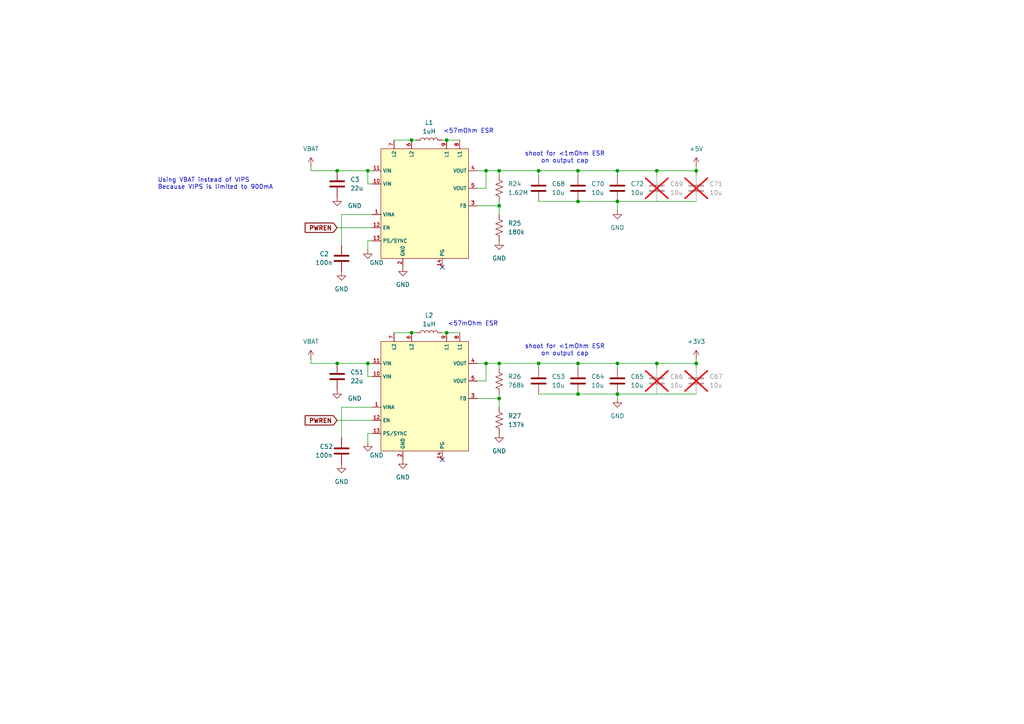
<source format=kicad_sch>
(kicad_sch
	(version 20250114)
	(generator "eeschema")
	(generator_version "9.0")
	(uuid "60650fd4-5012-475b-ad24-97fc58884637")
	(paper "A4")
	(title_block
		(title "Wireless Backup Camera - Encoder")
		(company "Group 25 Senior Design")
	)
	(lib_symbols
		(symbol "Device:C"
			(pin_numbers
				(hide yes)
			)
			(pin_names
				(offset 0.254)
			)
			(exclude_from_sim no)
			(in_bom yes)
			(on_board yes)
			(property "Reference" "C"
				(at 0.635 2.54 0)
				(effects
					(font
						(size 1.27 1.27)
					)
					(justify left)
				)
			)
			(property "Value" "C"
				(at 0.635 -2.54 0)
				(effects
					(font
						(size 1.27 1.27)
					)
					(justify left)
				)
			)
			(property "Footprint" ""
				(at 0.9652 -3.81 0)
				(effects
					(font
						(size 1.27 1.27)
					)
					(hide yes)
				)
			)
			(property "Datasheet" "~"
				(at 0 0 0)
				(effects
					(font
						(size 1.27 1.27)
					)
					(hide yes)
				)
			)
			(property "Description" "Unpolarized capacitor"
				(at 0 0 0)
				(effects
					(font
						(size 1.27 1.27)
					)
					(hide yes)
				)
			)
			(property "ki_keywords" "cap capacitor"
				(at 0 0 0)
				(effects
					(font
						(size 1.27 1.27)
					)
					(hide yes)
				)
			)
			(property "ki_fp_filters" "C_*"
				(at 0 0 0)
				(effects
					(font
						(size 1.27 1.27)
					)
					(hide yes)
				)
			)
			(symbol "C_0_1"
				(polyline
					(pts
						(xy -2.032 0.762) (xy 2.032 0.762)
					)
					(stroke
						(width 0.508)
						(type default)
					)
					(fill
						(type none)
					)
				)
				(polyline
					(pts
						(xy -2.032 -0.762) (xy 2.032 -0.762)
					)
					(stroke
						(width 0.508)
						(type default)
					)
					(fill
						(type none)
					)
				)
			)
			(symbol "C_1_1"
				(pin passive line
					(at 0 3.81 270)
					(length 2.794)
					(name "~"
						(effects
							(font
								(size 1.27 1.27)
							)
						)
					)
					(number "1"
						(effects
							(font
								(size 1.27 1.27)
							)
						)
					)
				)
				(pin passive line
					(at 0 -3.81 90)
					(length 2.794)
					(name "~"
						(effects
							(font
								(size 1.27 1.27)
							)
						)
					)
					(number "2"
						(effects
							(font
								(size 1.27 1.27)
							)
						)
					)
				)
			)
			(embedded_fonts no)
		)
		(symbol "Device:L"
			(pin_numbers
				(hide yes)
			)
			(pin_names
				(offset 1.016)
				(hide yes)
			)
			(exclude_from_sim no)
			(in_bom yes)
			(on_board yes)
			(property "Reference" "L"
				(at -1.27 0 90)
				(effects
					(font
						(size 1.27 1.27)
					)
				)
			)
			(property "Value" "L"
				(at 1.905 0 90)
				(effects
					(font
						(size 1.27 1.27)
					)
				)
			)
			(property "Footprint" ""
				(at 0 0 0)
				(effects
					(font
						(size 1.27 1.27)
					)
					(hide yes)
				)
			)
			(property "Datasheet" "~"
				(at 0 0 0)
				(effects
					(font
						(size 1.27 1.27)
					)
					(hide yes)
				)
			)
			(property "Description" "Inductor"
				(at 0 0 0)
				(effects
					(font
						(size 1.27 1.27)
					)
					(hide yes)
				)
			)
			(property "ki_keywords" "inductor choke coil reactor magnetic"
				(at 0 0 0)
				(effects
					(font
						(size 1.27 1.27)
					)
					(hide yes)
				)
			)
			(property "ki_fp_filters" "Choke_* *Coil* Inductor_* L_*"
				(at 0 0 0)
				(effects
					(font
						(size 1.27 1.27)
					)
					(hide yes)
				)
			)
			(symbol "L_0_1"
				(arc
					(start 0 2.54)
					(mid 0.6323 1.905)
					(end 0 1.27)
					(stroke
						(width 0)
						(type default)
					)
					(fill
						(type none)
					)
				)
				(arc
					(start 0 1.27)
					(mid 0.6323 0.635)
					(end 0 0)
					(stroke
						(width 0)
						(type default)
					)
					(fill
						(type none)
					)
				)
				(arc
					(start 0 0)
					(mid 0.6323 -0.635)
					(end 0 -1.27)
					(stroke
						(width 0)
						(type default)
					)
					(fill
						(type none)
					)
				)
				(arc
					(start 0 -1.27)
					(mid 0.6323 -1.905)
					(end 0 -2.54)
					(stroke
						(width 0)
						(type default)
					)
					(fill
						(type none)
					)
				)
			)
			(symbol "L_1_1"
				(pin passive line
					(at 0 3.81 270)
					(length 1.27)
					(name "1"
						(effects
							(font
								(size 1.27 1.27)
							)
						)
					)
					(number "1"
						(effects
							(font
								(size 1.27 1.27)
							)
						)
					)
				)
				(pin passive line
					(at 0 -3.81 90)
					(length 1.27)
					(name "2"
						(effects
							(font
								(size 1.27 1.27)
							)
						)
					)
					(number "2"
						(effects
							(font
								(size 1.27 1.27)
							)
						)
					)
				)
			)
			(embedded_fonts no)
		)
		(symbol "Device:R_US"
			(pin_numbers
				(hide yes)
			)
			(pin_names
				(offset 0)
			)
			(exclude_from_sim no)
			(in_bom yes)
			(on_board yes)
			(property "Reference" "R"
				(at 2.54 0 90)
				(effects
					(font
						(size 1.27 1.27)
					)
				)
			)
			(property "Value" "R_US"
				(at -2.54 0 90)
				(effects
					(font
						(size 1.27 1.27)
					)
				)
			)
			(property "Footprint" ""
				(at 1.016 -0.254 90)
				(effects
					(font
						(size 1.27 1.27)
					)
					(hide yes)
				)
			)
			(property "Datasheet" "~"
				(at 0 0 0)
				(effects
					(font
						(size 1.27 1.27)
					)
					(hide yes)
				)
			)
			(property "Description" "Resistor, US symbol"
				(at 0 0 0)
				(effects
					(font
						(size 1.27 1.27)
					)
					(hide yes)
				)
			)
			(property "ki_keywords" "R res resistor"
				(at 0 0 0)
				(effects
					(font
						(size 1.27 1.27)
					)
					(hide yes)
				)
			)
			(property "ki_fp_filters" "R_*"
				(at 0 0 0)
				(effects
					(font
						(size 1.27 1.27)
					)
					(hide yes)
				)
			)
			(symbol "R_US_0_1"
				(polyline
					(pts
						(xy 0 2.286) (xy 0 2.54)
					)
					(stroke
						(width 0)
						(type default)
					)
					(fill
						(type none)
					)
				)
				(polyline
					(pts
						(xy 0 2.286) (xy 1.016 1.905) (xy 0 1.524) (xy -1.016 1.143) (xy 0 0.762)
					)
					(stroke
						(width 0)
						(type default)
					)
					(fill
						(type none)
					)
				)
				(polyline
					(pts
						(xy 0 0.762) (xy 1.016 0.381) (xy 0 0) (xy -1.016 -0.381) (xy 0 -0.762)
					)
					(stroke
						(width 0)
						(type default)
					)
					(fill
						(type none)
					)
				)
				(polyline
					(pts
						(xy 0 -0.762) (xy 1.016 -1.143) (xy 0 -1.524) (xy -1.016 -1.905) (xy 0 -2.286)
					)
					(stroke
						(width 0)
						(type default)
					)
					(fill
						(type none)
					)
				)
				(polyline
					(pts
						(xy 0 -2.286) (xy 0 -2.54)
					)
					(stroke
						(width 0)
						(type default)
					)
					(fill
						(type none)
					)
				)
			)
			(symbol "R_US_1_1"
				(pin passive line
					(at 0 3.81 270)
					(length 1.27)
					(name "~"
						(effects
							(font
								(size 1.27 1.27)
							)
						)
					)
					(number "1"
						(effects
							(font
								(size 1.27 1.27)
							)
						)
					)
				)
				(pin passive line
					(at 0 -3.81 90)
					(length 1.27)
					(name "~"
						(effects
							(font
								(size 1.27 1.27)
							)
						)
					)
					(number "2"
						(effects
							(font
								(size 1.27 1.27)
							)
						)
					)
				)
			)
			(embedded_fonts no)
		)
		(symbol "Senior:TPS63020"
			(exclude_from_sim no)
			(in_bom yes)
			(on_board yes)
			(property "Reference" "TPS63020"
				(at 0.254 24.13 0)
				(effects
					(font
						(size 1.27 1.27)
					)
				)
			)
			(property "Value" "~"
				(at -0.635 11.43 0)
				(effects
					(font
						(size 1.27 1.27)
					)
				)
			)
			(property "Footprint" ""
				(at 0 0 0)
				(effects
					(font
						(size 1.27 1.27)
					)
					(hide yes)
				)
			)
			(property "Datasheet" ""
				(at 0 0 0)
				(effects
					(font
						(size 1.27 1.27)
					)
					(hide yes)
				)
			)
			(property "Description" ""
				(at 0 0 0)
				(effects
					(font
						(size 1.27 1.27)
					)
					(hide yes)
				)
			)
			(symbol "TPS63020_0_1"
				(rectangle
					(start -12.7 10.16)
					(end 12.7 -21.59)
					(stroke
						(width 0)
						(type default)
					)
					(fill
						(type color)
						(color 255 255 194 1)
					)
				)
			)
			(symbol "TPS63020_1_1"
				(pin input line
					(at -15.24 3.81 0)
					(length 2.54)
					(name "VIN"
						(effects
							(font
								(size 1.016 1.016)
							)
						)
					)
					(number "11"
						(effects
							(font
								(size 1.016 1.016)
							)
						)
					)
				)
				(pin input line
					(at -15.24 0 0)
					(length 2.54)
					(name "VIN"
						(effects
							(font
								(size 1.016 1.016)
							)
						)
					)
					(number "10"
						(effects
							(font
								(size 1.016 1.016)
							)
						)
					)
				)
				(pin free line
					(at -15.24 -8.89 0)
					(length 2.54)
					(name "VINA"
						(effects
							(font
								(size 1.016 1.016)
							)
						)
					)
					(number "1"
						(effects
							(font
								(size 1.016 1.016)
							)
						)
					)
				)
				(pin output line
					(at -15.24 -12.7 0)
					(length 2.54)
					(name "EN"
						(effects
							(font
								(size 1.016 1.016)
							)
						)
					)
					(number "12"
						(effects
							(font
								(size 1.016 1.016)
							)
						)
					)
				)
				(pin output line
					(at -15.24 -16.51 0)
					(length 2.54)
					(name "PS/SYNC"
						(effects
							(font
								(size 1.016 1.016)
							)
						)
					)
					(number "13"
						(effects
							(font
								(size 1.016 1.016)
							)
						)
					)
				)
				(pin output line
					(at -8.89 12.7 270)
					(length 2.54)
					(name "L2"
						(effects
							(font
								(size 1.016 1.016)
							)
						)
					)
					(number "7"
						(effects
							(font
								(size 1.016 1.016)
							)
						)
					)
				)
				(pin bidirectional line
					(at -6.35 -24.13 90)
					(length 2.54)
					(name "GND"
						(effects
							(font
								(size 1.016 1.016)
							)
						)
					)
					(number "2"
						(effects
							(font
								(size 1.016 1.016)
							)
						)
					)
				)
				(pin output line
					(at -3.81 12.7 270)
					(length 2.54)
					(name "L2"
						(effects
							(font
								(size 1.016 1.016)
							)
						)
					)
					(number "6"
						(effects
							(font
								(size 1.016 1.016)
							)
						)
					)
				)
				(pin output line
					(at 5.08 -24.13 90)
					(length 2.54)
					(name "PG"
						(effects
							(font
								(size 1.016 1.016)
							)
						)
					)
					(number "14"
						(effects
							(font
								(size 1.016 1.016)
							)
						)
					)
				)
				(pin output line
					(at 6.35 12.7 270)
					(length 2.54)
					(name "L1"
						(effects
							(font
								(size 1.016 1.016)
							)
						)
					)
					(number "9"
						(effects
							(font
								(size 1.016 1.016)
							)
						)
					)
				)
				(pin output line
					(at 10.16 12.7 270)
					(length 2.54)
					(name "L1"
						(effects
							(font
								(size 1.016 1.016)
							)
						)
					)
					(number "8"
						(effects
							(font
								(size 1.016 1.016)
							)
						)
					)
				)
				(pin output line
					(at 15.24 3.81 180)
					(length 2.54)
					(name "VOUT"
						(effects
							(font
								(size 1.016 1.016)
							)
						)
					)
					(number "4"
						(effects
							(font
								(size 1.016 1.016)
							)
						)
					)
				)
				(pin output line
					(at 15.24 -1.27 180)
					(length 2.54)
					(name "VOUT"
						(effects
							(font
								(size 1.016 1.016)
							)
						)
					)
					(number "5"
						(effects
							(font
								(size 1.016 1.016)
							)
						)
					)
				)
				(pin input line
					(at 15.24 -6.35 180)
					(length 2.54)
					(name "FB"
						(effects
							(font
								(size 1.016 1.016)
							)
						)
					)
					(number "3"
						(effects
							(font
								(size 1.016 1.016)
							)
						)
					)
				)
			)
			(embedded_fonts no)
		)
		(symbol "custom_chips:VBAT"
			(power)
			(pin_numbers
				(hide yes)
			)
			(pin_names
				(offset 0)
				(hide yes)
			)
			(exclude_from_sim no)
			(in_bom yes)
			(on_board yes)
			(property "Reference" "#PWR"
				(at 0 -3.81 0)
				(effects
					(font
						(size 1.27 1.27)
					)
					(hide yes)
				)
			)
			(property "Value" "VBAT"
				(at 0 5.08 0)
				(effects
					(font
						(size 1.27 1.27)
					)
				)
			)
			(property "Footprint" ""
				(at 0 0 0)
				(effects
					(font
						(size 1.27 1.27)
					)
					(hide yes)
				)
			)
			(property "Datasheet" ""
				(at 0 0 0)
				(effects
					(font
						(size 1.27 1.27)
					)
					(hide yes)
				)
			)
			(property "Description" "Power symbol creates a global label with name \"VBAT\""
				(at 0 0 0)
				(effects
					(font
						(size 1.27 1.27)
					)
					(hide yes)
				)
			)
			(property "ki_keywords" "global power"
				(at 0 0 0)
				(effects
					(font
						(size 1.27 1.27)
					)
					(hide yes)
				)
			)
			(symbol "VBAT_0_1"
				(polyline
					(pts
						(xy -0.762 1.27) (xy 0 2.54)
					)
					(stroke
						(width 0)
						(type default)
					)
					(fill
						(type none)
					)
				)
				(polyline
					(pts
						(xy 0 2.54) (xy 0.762 1.27)
					)
					(stroke
						(width 0)
						(type default)
					)
					(fill
						(type none)
					)
				)
				(polyline
					(pts
						(xy 0 0) (xy 0 2.54)
					)
					(stroke
						(width 0)
						(type default)
					)
					(fill
						(type none)
					)
				)
			)
			(symbol "VBAT_1_1"
				(pin power_in line
					(at 0 0 90)
					(length 0)
					(name "~"
						(effects
							(font
								(size 1.27 1.27)
							)
						)
					)
					(number "1"
						(effects
							(font
								(size 1.27 1.27)
							)
						)
					)
				)
			)
			(embedded_fonts no)
		)
		(symbol "power:+3V3"
			(power)
			(pin_numbers
				(hide yes)
			)
			(pin_names
				(offset 0)
				(hide yes)
			)
			(exclude_from_sim no)
			(in_bom yes)
			(on_board yes)
			(property "Reference" "#PWR"
				(at 0 -3.81 0)
				(effects
					(font
						(size 1.27 1.27)
					)
					(hide yes)
				)
			)
			(property "Value" "+3V3"
				(at 0 3.556 0)
				(effects
					(font
						(size 1.27 1.27)
					)
				)
			)
			(property "Footprint" ""
				(at 0 0 0)
				(effects
					(font
						(size 1.27 1.27)
					)
					(hide yes)
				)
			)
			(property "Datasheet" ""
				(at 0 0 0)
				(effects
					(font
						(size 1.27 1.27)
					)
					(hide yes)
				)
			)
			(property "Description" "Power symbol creates a global label with name \"+3V3\""
				(at 0 0 0)
				(effects
					(font
						(size 1.27 1.27)
					)
					(hide yes)
				)
			)
			(property "ki_keywords" "global power"
				(at 0 0 0)
				(effects
					(font
						(size 1.27 1.27)
					)
					(hide yes)
				)
			)
			(symbol "+3V3_0_1"
				(polyline
					(pts
						(xy -0.762 1.27) (xy 0 2.54)
					)
					(stroke
						(width 0)
						(type default)
					)
					(fill
						(type none)
					)
				)
				(polyline
					(pts
						(xy 0 2.54) (xy 0.762 1.27)
					)
					(stroke
						(width 0)
						(type default)
					)
					(fill
						(type none)
					)
				)
				(polyline
					(pts
						(xy 0 0) (xy 0 2.54)
					)
					(stroke
						(width 0)
						(type default)
					)
					(fill
						(type none)
					)
				)
			)
			(symbol "+3V3_1_1"
				(pin power_in line
					(at 0 0 90)
					(length 0)
					(name "~"
						(effects
							(font
								(size 1.27 1.27)
							)
						)
					)
					(number "1"
						(effects
							(font
								(size 1.27 1.27)
							)
						)
					)
				)
			)
			(embedded_fonts no)
		)
		(symbol "power:+5V"
			(power)
			(pin_numbers
				(hide yes)
			)
			(pin_names
				(offset 0)
				(hide yes)
			)
			(exclude_from_sim no)
			(in_bom yes)
			(on_board yes)
			(property "Reference" "#PWR"
				(at 0 -3.81 0)
				(effects
					(font
						(size 1.27 1.27)
					)
					(hide yes)
				)
			)
			(property "Value" "+5V"
				(at 0 3.556 0)
				(effects
					(font
						(size 1.27 1.27)
					)
				)
			)
			(property "Footprint" ""
				(at 0 0 0)
				(effects
					(font
						(size 1.27 1.27)
					)
					(hide yes)
				)
			)
			(property "Datasheet" ""
				(at 0 0 0)
				(effects
					(font
						(size 1.27 1.27)
					)
					(hide yes)
				)
			)
			(property "Description" "Power symbol creates a global label with name \"+5V\""
				(at 0 0 0)
				(effects
					(font
						(size 1.27 1.27)
					)
					(hide yes)
				)
			)
			(property "ki_keywords" "global power"
				(at 0 0 0)
				(effects
					(font
						(size 1.27 1.27)
					)
					(hide yes)
				)
			)
			(symbol "+5V_0_1"
				(polyline
					(pts
						(xy -0.762 1.27) (xy 0 2.54)
					)
					(stroke
						(width 0)
						(type default)
					)
					(fill
						(type none)
					)
				)
				(polyline
					(pts
						(xy 0 2.54) (xy 0.762 1.27)
					)
					(stroke
						(width 0)
						(type default)
					)
					(fill
						(type none)
					)
				)
				(polyline
					(pts
						(xy 0 0) (xy 0 2.54)
					)
					(stroke
						(width 0)
						(type default)
					)
					(fill
						(type none)
					)
				)
			)
			(symbol "+5V_1_1"
				(pin power_in line
					(at 0 0 90)
					(length 0)
					(name "~"
						(effects
							(font
								(size 1.27 1.27)
							)
						)
					)
					(number "1"
						(effects
							(font
								(size 1.27 1.27)
							)
						)
					)
				)
			)
			(embedded_fonts no)
		)
		(symbol "power:GND"
			(power)
			(pin_numbers
				(hide yes)
			)
			(pin_names
				(offset 0)
				(hide yes)
			)
			(exclude_from_sim no)
			(in_bom yes)
			(on_board yes)
			(property "Reference" "#PWR"
				(at 0 -6.35 0)
				(effects
					(font
						(size 1.27 1.27)
					)
					(hide yes)
				)
			)
			(property "Value" "GND"
				(at 0 -3.81 0)
				(effects
					(font
						(size 1.27 1.27)
					)
				)
			)
			(property "Footprint" ""
				(at 0 0 0)
				(effects
					(font
						(size 1.27 1.27)
					)
					(hide yes)
				)
			)
			(property "Datasheet" ""
				(at 0 0 0)
				(effects
					(font
						(size 1.27 1.27)
					)
					(hide yes)
				)
			)
			(property "Description" "Power symbol creates a global label with name \"GND\" , ground"
				(at 0 0 0)
				(effects
					(font
						(size 1.27 1.27)
					)
					(hide yes)
				)
			)
			(property "ki_keywords" "global power"
				(at 0 0 0)
				(effects
					(font
						(size 1.27 1.27)
					)
					(hide yes)
				)
			)
			(symbol "GND_0_1"
				(polyline
					(pts
						(xy 0 0) (xy 0 -1.27) (xy 1.27 -1.27) (xy 0 -2.54) (xy -1.27 -1.27) (xy 0 -1.27)
					)
					(stroke
						(width 0)
						(type default)
					)
					(fill
						(type none)
					)
				)
			)
			(symbol "GND_1_1"
				(pin power_in line
					(at 0 0 270)
					(length 0)
					(name "~"
						(effects
							(font
								(size 1.27 1.27)
							)
						)
					)
					(number "1"
						(effects
							(font
								(size 1.27 1.27)
							)
						)
					)
				)
			)
			(embedded_fonts no)
		)
	)
	(text "Using VBAT instead of VIPS\nBecause VIPS is limited to 900mA"
		(exclude_from_sim no)
		(at 45.72 53.34 0)
		(effects
			(font
				(size 1.27 1.27)
				(thickness 0.1588)
			)
			(justify left)
		)
		(uuid "2bbdaab7-e7c5-48e5-99d7-443d7eee8394")
	)
	(text "shoot for <1mOhm ESR\non output cap"
		(exclude_from_sim no)
		(at 163.83 101.6 0)
		(effects
			(font
				(size 1.27 1.27)
				(thickness 0.1588)
			)
		)
		(uuid "5038d54c-1101-4c9c-b4c7-c7af3cc09bb8")
	)
	(text "<57mOhm ESR"
		(exclude_from_sim no)
		(at 137.16 93.98 0)
		(effects
			(font
				(size 1.27 1.27)
				(thickness 0.1588)
			)
		)
		(uuid "70ce874c-5e20-48d4-bf3f-c3fde0571a56")
	)
	(text "<57mOhm ESR"
		(exclude_from_sim no)
		(at 135.89 38.1 0)
		(effects
			(font
				(size 1.27 1.27)
				(thickness 0.1588)
			)
		)
		(uuid "b781c3b7-1ee1-4146-954a-0822f3a23a29")
	)
	(text "shoot for <1mOhm ESR\non output cap"
		(exclude_from_sim no)
		(at 163.83 45.72 0)
		(effects
			(font
				(size 1.27 1.27)
				(thickness 0.1588)
			)
		)
		(uuid "f2833ad8-ca4a-4b3a-8a68-ac0f5cf10324")
	)
	(junction
		(at 119.38 40.64)
		(diameter 0)
		(color 0 0 0 0)
		(uuid "0fc8e459-8f80-4c18-9f19-fae585cc6645")
	)
	(junction
		(at 201.93 105.41)
		(diameter 0)
		(color 0 0 0 0)
		(uuid "19d64546-cf6f-4358-a4fc-05594be66057")
	)
	(junction
		(at 201.93 49.53)
		(diameter 0)
		(color 0 0 0 0)
		(uuid "1b8d7bcd-2de8-4d78-ad2a-18ffb223091f")
	)
	(junction
		(at 190.5 105.41)
		(diameter 0)
		(color 0 0 0 0)
		(uuid "2265beb3-d55b-45a8-a574-dee134a5b9cd")
	)
	(junction
		(at 156.21 49.53)
		(diameter 0)
		(color 0 0 0 0)
		(uuid "23088e61-5145-4627-992f-f49ea3fa54de")
	)
	(junction
		(at 144.78 115.57)
		(diameter 0)
		(color 0 0 0 0)
		(uuid "2af85a40-ac5e-4546-b8d2-215903731181")
	)
	(junction
		(at 179.07 105.41)
		(diameter 0)
		(color 0 0 0 0)
		(uuid "45e07f8c-e419-488e-9c04-6323f99b3b7d")
	)
	(junction
		(at 140.97 105.41)
		(diameter 0)
		(color 0 0 0 0)
		(uuid "4922d5f8-c9c0-4bf5-b59a-d980fffdf446")
	)
	(junction
		(at 190.5 49.53)
		(diameter 0)
		(color 0 0 0 0)
		(uuid "514f5222-54be-4365-901d-7cd0cb304353")
	)
	(junction
		(at 179.07 114.3)
		(diameter 0)
		(color 0 0 0 0)
		(uuid "52b68992-ae96-4c97-86b6-b58cd1b92159")
	)
	(junction
		(at 167.64 105.41)
		(diameter 0)
		(color 0 0 0 0)
		(uuid "5dbcb771-ecf3-44b4-bfa0-08b4d7bbd2cb")
	)
	(junction
		(at 179.07 49.53)
		(diameter 0)
		(color 0 0 0 0)
		(uuid "5f333f77-c27a-426d-86e4-9fb2b1c5e040")
	)
	(junction
		(at 144.78 49.53)
		(diameter 0)
		(color 0 0 0 0)
		(uuid "5f7dac43-bd49-4f0e-bf9e-30a2b998d5c1")
	)
	(junction
		(at 119.38 96.52)
		(diameter 0)
		(color 0 0 0 0)
		(uuid "617b91d2-fea5-4d8b-8e0f-45497bbfeec5")
	)
	(junction
		(at 144.78 105.41)
		(diameter 0)
		(color 0 0 0 0)
		(uuid "76bd90b6-d4b3-4404-8c91-3ab820bf7c17")
	)
	(junction
		(at 179.07 58.42)
		(diameter 0)
		(color 0 0 0 0)
		(uuid "8fd19001-9c0e-446e-ac4e-2bf73bc7bfcb")
	)
	(junction
		(at 97.79 49.53)
		(diameter 0)
		(color 0 0 0 0)
		(uuid "91c641f2-3f22-4219-bb93-d463e3392616")
	)
	(junction
		(at 106.68 105.41)
		(diameter 0)
		(color 0 0 0 0)
		(uuid "9a699685-1262-43e8-8bed-f5167ae5f23a")
	)
	(junction
		(at 140.97 49.53)
		(diameter 0)
		(color 0 0 0 0)
		(uuid "9a8d5a7d-4af3-4740-be6e-a0778641a58a")
	)
	(junction
		(at 129.54 40.64)
		(diameter 0)
		(color 0 0 0 0)
		(uuid "9b0745b1-04b0-452a-a70b-53b8dbeff8f7")
	)
	(junction
		(at 144.78 59.69)
		(diameter 0)
		(color 0 0 0 0)
		(uuid "a149e8bc-645e-41e2-a288-9e13734163a7")
	)
	(junction
		(at 156.21 105.41)
		(diameter 0)
		(color 0 0 0 0)
		(uuid "a5907faf-be57-452b-968b-39e05379a9a9")
	)
	(junction
		(at 167.64 58.42)
		(diameter 0)
		(color 0 0 0 0)
		(uuid "a8040368-92a7-41cd-a579-3eeb24cc3ee0")
	)
	(junction
		(at 167.64 49.53)
		(diameter 0)
		(color 0 0 0 0)
		(uuid "bd25caac-483d-4f1f-bec8-383c69d1afc2")
	)
	(junction
		(at 97.79 105.41)
		(diameter 0)
		(color 0 0 0 0)
		(uuid "c749215a-e2d2-44d4-a46a-77f366d7b446")
	)
	(junction
		(at 129.54 96.52)
		(diameter 0)
		(color 0 0 0 0)
		(uuid "ca5f4b22-cc1b-4e78-ab99-ea74596162aa")
	)
	(junction
		(at 167.64 114.3)
		(diameter 0)
		(color 0 0 0 0)
		(uuid "cb54d74f-4263-440c-bfe4-12bf3d7d644d")
	)
	(junction
		(at 106.68 49.53)
		(diameter 0)
		(color 0 0 0 0)
		(uuid "cdd9af27-60f5-4e74-afbb-bb6006b54073")
	)
	(no_connect
		(at 128.27 77.47)
		(uuid "6c51c719-2ec6-4b58-9f23-09a7c7391677")
	)
	(no_connect
		(at 128.27 133.35)
		(uuid "e0a54d9e-1b00-443b-858a-9fcf8ea45b3e")
	)
	(wire
		(pts
			(xy 201.93 48.26) (xy 201.93 49.53)
		)
		(stroke
			(width 0)
			(type default)
		)
		(uuid "00dcaeff-53ec-4662-ac00-44ef2b7ee74b")
	)
	(wire
		(pts
			(xy 106.68 109.22) (xy 107.95 109.22)
		)
		(stroke
			(width 0)
			(type default)
		)
		(uuid "02260927-1e60-4262-a9f0-db91cf30f35b")
	)
	(wire
		(pts
			(xy 128.27 40.64) (xy 129.54 40.64)
		)
		(stroke
			(width 0)
			(type default)
		)
		(uuid "053cccf4-94ab-4c3b-a2dc-447069110390")
	)
	(wire
		(pts
			(xy 138.43 115.57) (xy 144.78 115.57)
		)
		(stroke
			(width 0)
			(type default)
		)
		(uuid "08ea15c9-3ab5-4352-9ca8-6759bf4f6e7d")
	)
	(wire
		(pts
			(xy 201.93 50.8) (xy 201.93 49.53)
		)
		(stroke
			(width 0)
			(type default)
		)
		(uuid "0a1518e4-d1c3-4c62-9f54-71d0de033a77")
	)
	(wire
		(pts
			(xy 138.43 49.53) (xy 140.97 49.53)
		)
		(stroke
			(width 0)
			(type default)
		)
		(uuid "0b1c8c4c-d80b-496f-b11e-be8926796313")
	)
	(wire
		(pts
			(xy 201.93 49.53) (xy 190.5 49.53)
		)
		(stroke
			(width 0)
			(type default)
		)
		(uuid "14b6184b-eb3c-4c2e-b618-a2fa7060988c")
	)
	(wire
		(pts
			(xy 201.93 104.14) (xy 201.93 105.41)
		)
		(stroke
			(width 0)
			(type default)
		)
		(uuid "16fbcc5c-e672-49e8-abfc-52d1fa068c00")
	)
	(wire
		(pts
			(xy 106.68 105.41) (xy 107.95 105.41)
		)
		(stroke
			(width 0)
			(type default)
		)
		(uuid "1788db83-f1cb-4785-a5b2-416bc8e5e6e8")
	)
	(wire
		(pts
			(xy 144.78 115.57) (xy 144.78 118.11)
		)
		(stroke
			(width 0)
			(type default)
		)
		(uuid "19294f85-44d2-4ff2-badc-c3aa500bf63a")
	)
	(wire
		(pts
			(xy 114.3 96.52) (xy 119.38 96.52)
		)
		(stroke
			(width 0)
			(type default)
		)
		(uuid "1a067b8c-cd8e-4978-932e-1ced245a5f62")
	)
	(wire
		(pts
			(xy 179.07 105.41) (xy 167.64 105.41)
		)
		(stroke
			(width 0)
			(type default)
		)
		(uuid "1bd8f834-317e-40a8-8697-d180a74bc5f0")
	)
	(wire
		(pts
			(xy 128.27 96.52) (xy 129.54 96.52)
		)
		(stroke
			(width 0)
			(type default)
		)
		(uuid "1c5163cb-b6ec-473b-83e7-ec339dcd3bde")
	)
	(wire
		(pts
			(xy 90.17 104.14) (xy 90.17 105.41)
		)
		(stroke
			(width 0)
			(type default)
		)
		(uuid "1f9db785-bf02-4b25-8d56-427c4ca61c99")
	)
	(wire
		(pts
			(xy 190.5 50.8) (xy 190.5 49.53)
		)
		(stroke
			(width 0)
			(type default)
		)
		(uuid "213f33dc-676c-440b-888a-7ebd08de04b2")
	)
	(wire
		(pts
			(xy 201.93 106.68) (xy 201.93 105.41)
		)
		(stroke
			(width 0)
			(type default)
		)
		(uuid "217b80a8-801c-44a5-9f7f-a90fc58c8ee5")
	)
	(wire
		(pts
			(xy 106.68 105.41) (xy 106.68 109.22)
		)
		(stroke
			(width 0)
			(type default)
		)
		(uuid "23e4e784-fedf-42e5-94ad-3adfc1a8455c")
	)
	(wire
		(pts
			(xy 138.43 59.69) (xy 144.78 59.69)
		)
		(stroke
			(width 0)
			(type default)
		)
		(uuid "2b39e98f-6a4f-4358-98d5-de050a700f6a")
	)
	(wire
		(pts
			(xy 99.06 62.23) (xy 107.95 62.23)
		)
		(stroke
			(width 0)
			(type default)
		)
		(uuid "2e2ec3b3-4456-444d-8f15-4edef5a72a84")
	)
	(wire
		(pts
			(xy 140.97 105.41) (xy 144.78 105.41)
		)
		(stroke
			(width 0)
			(type default)
		)
		(uuid "2f045229-57c7-426e-8df4-c07309f7b5bd")
	)
	(wire
		(pts
			(xy 144.78 105.41) (xy 156.21 105.41)
		)
		(stroke
			(width 0)
			(type default)
		)
		(uuid "2fd170e5-3a14-48e5-9875-97d84d481ac0")
	)
	(wire
		(pts
			(xy 179.07 105.41) (xy 190.5 105.41)
		)
		(stroke
			(width 0)
			(type default)
		)
		(uuid "37cfb23a-bdd4-42f3-910e-12dbe7f0d313")
	)
	(wire
		(pts
			(xy 97.79 49.53) (xy 106.68 49.53)
		)
		(stroke
			(width 0)
			(type default)
		)
		(uuid "3e0b7426-1ad8-4f2e-87f0-a6a9fc89d877")
	)
	(wire
		(pts
			(xy 179.07 115.57) (xy 179.07 114.3)
		)
		(stroke
			(width 0)
			(type default)
		)
		(uuid "4104d2a4-0fdf-4cee-b467-2e8f705bc8e3")
	)
	(wire
		(pts
			(xy 140.97 110.49) (xy 138.43 110.49)
		)
		(stroke
			(width 0)
			(type default)
		)
		(uuid "43acd4df-1ae0-4493-a11c-c9ded59ef6ec")
	)
	(wire
		(pts
			(xy 106.68 125.73) (xy 106.68 128.27)
		)
		(stroke
			(width 0)
			(type default)
		)
		(uuid "554ce792-04a8-49c8-8b7b-36fc2ed9dd2d")
	)
	(wire
		(pts
			(xy 201.93 105.41) (xy 190.5 105.41)
		)
		(stroke
			(width 0)
			(type default)
		)
		(uuid "5f43793a-0172-498a-85c5-b4a0283be870")
	)
	(wire
		(pts
			(xy 106.68 53.34) (xy 107.95 53.34)
		)
		(stroke
			(width 0)
			(type default)
		)
		(uuid "6005e88d-7492-444a-b182-6f09062f363d")
	)
	(wire
		(pts
			(xy 144.78 49.53) (xy 144.78 50.8)
		)
		(stroke
			(width 0)
			(type default)
		)
		(uuid "65148fe0-23fc-4d26-b72d-c2504accacc0")
	)
	(wire
		(pts
			(xy 129.54 40.64) (xy 133.35 40.64)
		)
		(stroke
			(width 0)
			(type default)
		)
		(uuid "66801235-a8f9-484d-973a-497aa655985a")
	)
	(wire
		(pts
			(xy 156.21 49.53) (xy 156.21 50.8)
		)
		(stroke
			(width 0)
			(type default)
		)
		(uuid "673fd036-294a-4c3f-bd2c-a969f8d14dfe")
	)
	(wire
		(pts
			(xy 106.68 69.85) (xy 106.68 72.39)
		)
		(stroke
			(width 0)
			(type default)
		)
		(uuid "6d6e33ab-cdca-44e9-a825-a9537013d762")
	)
	(wire
		(pts
			(xy 140.97 110.49) (xy 140.97 105.41)
		)
		(stroke
			(width 0)
			(type default)
		)
		(uuid "77bf4ce9-59c2-4ed6-9c79-70ac7bc168ee")
	)
	(wire
		(pts
			(xy 179.07 58.42) (xy 201.93 58.42)
		)
		(stroke
			(width 0)
			(type default)
		)
		(uuid "78a0eded-2282-463e-8c10-c34521fe412c")
	)
	(wire
		(pts
			(xy 90.17 48.26) (xy 90.17 49.53)
		)
		(stroke
			(width 0)
			(type default)
		)
		(uuid "7943cf01-c79b-405f-8455-6479a753a70c")
	)
	(wire
		(pts
			(xy 156.21 105.41) (xy 156.21 106.68)
		)
		(stroke
			(width 0)
			(type default)
		)
		(uuid "795cdb7b-4aed-439e-8eb5-756b843a82d3")
	)
	(wire
		(pts
			(xy 144.78 49.53) (xy 156.21 49.53)
		)
		(stroke
			(width 0)
			(type default)
		)
		(uuid "83cab10e-b259-45f8-bbfa-2cff5ff393c8")
	)
	(wire
		(pts
			(xy 119.38 96.52) (xy 120.65 96.52)
		)
		(stroke
			(width 0)
			(type default)
		)
		(uuid "866118df-f0bc-4387-8bcc-30776f459f0b")
	)
	(wire
		(pts
			(xy 167.64 114.3) (xy 179.07 114.3)
		)
		(stroke
			(width 0)
			(type default)
		)
		(uuid "86d6d823-73fa-4e8c-8689-7b8f9dbc12b9")
	)
	(wire
		(pts
			(xy 99.06 118.11) (xy 107.95 118.11)
		)
		(stroke
			(width 0)
			(type default)
		)
		(uuid "8af3ddd9-715e-4f18-ba3c-1f486a8b0942")
	)
	(wire
		(pts
			(xy 167.64 50.8) (xy 167.64 49.53)
		)
		(stroke
			(width 0)
			(type default)
		)
		(uuid "8bf83cfc-e3a6-4afd-9c31-fe69a3f8d04b")
	)
	(wire
		(pts
			(xy 179.07 50.8) (xy 179.07 49.53)
		)
		(stroke
			(width 0)
			(type default)
		)
		(uuid "8e8b178c-6ffc-4027-92a7-07c4f04a7c9a")
	)
	(wire
		(pts
			(xy 99.06 62.23) (xy 99.06 71.12)
		)
		(stroke
			(width 0)
			(type default)
		)
		(uuid "94dcccf2-f01e-4c9a-8eb3-082d3436d459")
	)
	(wire
		(pts
			(xy 114.3 40.64) (xy 119.38 40.64)
		)
		(stroke
			(width 0)
			(type default)
		)
		(uuid "956f4a1b-67e3-47e9-bb9b-a87861f8585c")
	)
	(wire
		(pts
			(xy 144.78 59.69) (xy 144.78 62.23)
		)
		(stroke
			(width 0)
			(type default)
		)
		(uuid "9974c17d-e910-4c3a-97eb-bdcc70996f0b")
	)
	(wire
		(pts
			(xy 107.95 125.73) (xy 106.68 125.73)
		)
		(stroke
			(width 0)
			(type default)
		)
		(uuid "9d842250-d6ab-46da-a8bf-8b84ef054cec")
	)
	(wire
		(pts
			(xy 138.43 105.41) (xy 140.97 105.41)
		)
		(stroke
			(width 0)
			(type default)
		)
		(uuid "a132af5f-739d-45cb-a6df-d1902a0d6b2f")
	)
	(wire
		(pts
			(xy 190.5 106.68) (xy 190.5 105.41)
		)
		(stroke
			(width 0)
			(type default)
		)
		(uuid "a1b68268-9dfc-439e-94dd-e1f18fcffda2")
	)
	(wire
		(pts
			(xy 140.97 54.61) (xy 138.43 54.61)
		)
		(stroke
			(width 0)
			(type default)
		)
		(uuid "b0eded53-41e2-4d45-9425-90e9e772de8b")
	)
	(wire
		(pts
			(xy 99.06 118.11) (xy 99.06 127)
		)
		(stroke
			(width 0)
			(type default)
		)
		(uuid "bb497b05-b4b8-49d0-906f-1750c13a82b4")
	)
	(wire
		(pts
			(xy 167.64 58.42) (xy 179.07 58.42)
		)
		(stroke
			(width 0)
			(type default)
		)
		(uuid "bf07dfe2-6383-40be-a0bf-dfdcc5cea417")
	)
	(wire
		(pts
			(xy 97.79 105.41) (xy 106.68 105.41)
		)
		(stroke
			(width 0)
			(type default)
		)
		(uuid "c146c067-5072-43d1-886a-e02705db79eb")
	)
	(wire
		(pts
			(xy 90.17 105.41) (xy 97.79 105.41)
		)
		(stroke
			(width 0)
			(type default)
		)
		(uuid "c21cf7da-2854-4449-aa18-28f0e065b0ca")
	)
	(wire
		(pts
			(xy 144.78 105.41) (xy 144.78 106.68)
		)
		(stroke
			(width 0)
			(type default)
		)
		(uuid "c2c7000d-55fc-4384-aa56-f5ca0da40c85")
	)
	(wire
		(pts
			(xy 179.07 114.3) (xy 201.93 114.3)
		)
		(stroke
			(width 0)
			(type default)
		)
		(uuid "c36f5104-199c-49a1-80a6-8d6d8631a8a0")
	)
	(wire
		(pts
			(xy 106.68 49.53) (xy 106.68 53.34)
		)
		(stroke
			(width 0)
			(type default)
		)
		(uuid "c483412d-a787-4102-bbb4-fefb7d1ce30f")
	)
	(wire
		(pts
			(xy 140.97 54.61) (xy 140.97 49.53)
		)
		(stroke
			(width 0)
			(type default)
		)
		(uuid "ca9381a0-bb14-4447-a6eb-4949e1576a98")
	)
	(wire
		(pts
			(xy 97.79 121.92) (xy 107.95 121.92)
		)
		(stroke
			(width 0)
			(type default)
		)
		(uuid "d0f36915-c592-4db0-977f-395a167ebed4")
	)
	(wire
		(pts
			(xy 129.54 96.52) (xy 133.35 96.52)
		)
		(stroke
			(width 0)
			(type default)
		)
		(uuid "d1e2527e-0506-4774-9194-c48b767acdf1")
	)
	(wire
		(pts
			(xy 107.95 69.85) (xy 106.68 69.85)
		)
		(stroke
			(width 0)
			(type default)
		)
		(uuid "d58f3a3a-bff3-441f-8e98-46fed3df25a0")
	)
	(wire
		(pts
			(xy 144.78 114.3) (xy 144.78 115.57)
		)
		(stroke
			(width 0)
			(type default)
		)
		(uuid "d7587f8f-56f2-4f96-a44f-84114b94cc54")
	)
	(wire
		(pts
			(xy 144.78 58.42) (xy 144.78 59.69)
		)
		(stroke
			(width 0)
			(type default)
		)
		(uuid "d96302b9-e649-4f11-8a87-5936483f4c33")
	)
	(wire
		(pts
			(xy 167.64 49.53) (xy 156.21 49.53)
		)
		(stroke
			(width 0)
			(type default)
		)
		(uuid "da0db6fe-c27d-40ef-90a6-2a405584a1cf")
	)
	(wire
		(pts
			(xy 179.07 60.96) (xy 179.07 58.42)
		)
		(stroke
			(width 0)
			(type default)
		)
		(uuid "e2b98c0d-4583-43d1-ac1d-18a186cf6a20")
	)
	(wire
		(pts
			(xy 97.79 66.04) (xy 107.95 66.04)
		)
		(stroke
			(width 0)
			(type default)
		)
		(uuid "e3ecd4e5-ee3b-4d1f-a791-ae907f556dbb")
	)
	(wire
		(pts
			(xy 179.07 49.53) (xy 167.64 49.53)
		)
		(stroke
			(width 0)
			(type default)
		)
		(uuid "e4d7b1ec-52c5-43ce-873f-336a4aa659d5")
	)
	(wire
		(pts
			(xy 179.07 49.53) (xy 190.5 49.53)
		)
		(stroke
			(width 0)
			(type default)
		)
		(uuid "e773bcf6-3cee-4926-b295-fc7c680f21a2")
	)
	(wire
		(pts
			(xy 167.64 105.41) (xy 156.21 105.41)
		)
		(stroke
			(width 0)
			(type default)
		)
		(uuid "e811f312-17bf-42e1-b877-0708d66fd36f")
	)
	(wire
		(pts
			(xy 106.68 49.53) (xy 107.95 49.53)
		)
		(stroke
			(width 0)
			(type default)
		)
		(uuid "e99552f4-ddf7-4004-8ed8-3552270f060e")
	)
	(wire
		(pts
			(xy 140.97 49.53) (xy 144.78 49.53)
		)
		(stroke
			(width 0)
			(type default)
		)
		(uuid "ea159686-b5d6-44ac-a60c-c0218d0b9ffa")
	)
	(wire
		(pts
			(xy 156.21 114.3) (xy 167.64 114.3)
		)
		(stroke
			(width 0)
			(type default)
		)
		(uuid "ede3bd37-c8ea-43b0-a031-35c2e67dbd80")
	)
	(wire
		(pts
			(xy 90.17 49.53) (xy 97.79 49.53)
		)
		(stroke
			(width 0)
			(type default)
		)
		(uuid "f3c4f29f-f620-4a6a-9068-f39583031afb")
	)
	(wire
		(pts
			(xy 119.38 40.64) (xy 120.65 40.64)
		)
		(stroke
			(width 0)
			(type default)
		)
		(uuid "f9743198-42f6-4599-bdfb-5320aa673c2e")
	)
	(wire
		(pts
			(xy 179.07 106.68) (xy 179.07 105.41)
		)
		(stroke
			(width 0)
			(type default)
		)
		(uuid "fa043d6d-b5d6-44b3-a13f-0d4d392b8e56")
	)
	(wire
		(pts
			(xy 167.64 106.68) (xy 167.64 105.41)
		)
		(stroke
			(width 0)
			(type default)
		)
		(uuid "fbc0e030-f806-4bec-a663-dd73ea7e09e9")
	)
	(wire
		(pts
			(xy 156.21 58.42) (xy 167.64 58.42)
		)
		(stroke
			(width 0)
			(type default)
		)
		(uuid "ffe94419-983c-4cd3-9b1f-707cdeb1b5d6")
	)
	(global_label "PWREN"
		(shape input)
		(at 97.79 121.92 180)
		(fields_autoplaced yes)
		(effects
			(font
				(size 1.27 1.27)
				(thickness 0.254)
				(bold yes)
			)
			(justify right)
		)
		(uuid "800a8e78-5554-4951-8ba3-df8db18121a8")
		(property "Intersheetrefs" "${INTERSHEET_REFS}"
			(at 87.8579 121.92 0)
			(effects
				(font
					(size 1.27 1.27)
				)
				(justify right)
				(hide yes)
			)
		)
	)
	(global_label "PWREN"
		(shape input)
		(at 97.79 66.04 180)
		(fields_autoplaced yes)
		(effects
			(font
				(size 1.27 1.27)
				(thickness 0.254)
				(bold yes)
			)
			(justify right)
		)
		(uuid "9db4663f-d51a-4238-8d78-6e197456aaa7")
		(property "Intersheetrefs" "${INTERSHEET_REFS}"
			(at 87.8579 66.04 0)
			(effects
				(font
					(size 1.27 1.27)
				)
				(justify right)
				(hide yes)
			)
		)
	)
	(symbol
		(lib_id "power:GND")
		(at 144.78 125.73 0)
		(unit 1)
		(exclude_from_sim no)
		(in_bom yes)
		(on_board yes)
		(dnp no)
		(fields_autoplaced yes)
		(uuid "0374b97c-a44e-43b9-be73-02ec9b7a4cd0")
		(property "Reference" "#PWR090"
			(at 144.78 132.08 0)
			(effects
				(font
					(size 1.27 1.27)
				)
				(hide yes)
			)
		)
		(property "Value" "GND"
			(at 144.78 130.81 0)
			(effects
				(font
					(size 1.27 1.27)
				)
			)
		)
		(property "Footprint" ""
			(at 144.78 125.73 0)
			(effects
				(font
					(size 1.27 1.27)
				)
				(hide yes)
			)
		)
		(property "Datasheet" ""
			(at 144.78 125.73 0)
			(effects
				(font
					(size 1.27 1.27)
				)
				(hide yes)
			)
		)
		(property "Description" "Power symbol creates a global label with name \"GND\" , ground"
			(at 144.78 125.73 0)
			(effects
				(font
					(size 1.27 1.27)
				)
				(hide yes)
			)
		)
		(pin "1"
			(uuid "64645135-fed8-4b0b-bd37-b071b3b98c70")
		)
		(instances
			(project "CameraPCB"
				(path "/400c1603-202c-4359-a830-d2f0d06dd3ce/f4829b1f-636b-49a4-aa22-dc0b023f0960"
					(reference "#PWR090")
					(unit 1)
				)
			)
		)
	)
	(symbol
		(lib_id "Device:R_US")
		(at 144.78 110.49 0)
		(unit 1)
		(exclude_from_sim no)
		(in_bom yes)
		(on_board yes)
		(dnp no)
		(fields_autoplaced yes)
		(uuid "04dab2e0-7585-447e-bf76-ae5be3e41a1b")
		(property "Reference" "R26"
			(at 147.32 109.2199 0)
			(effects
				(font
					(size 1.27 1.27)
				)
				(justify left)
			)
		)
		(property "Value" "768k"
			(at 147.32 111.7599 0)
			(effects
				(font
					(size 1.27 1.27)
				)
				(justify left)
			)
		)
		(property "Footprint" ""
			(at 145.796 110.744 90)
			(effects
				(font
					(size 1.27 1.27)
				)
				(hide yes)
			)
		)
		(property "Datasheet" "~"
			(at 144.78 110.49 0)
			(effects
				(font
					(size 1.27 1.27)
				)
				(hide yes)
			)
		)
		(property "Description" "Resistor, US symbol"
			(at 144.78 110.49 0)
			(effects
				(font
					(size 1.27 1.27)
				)
				(hide yes)
			)
		)
		(pin "2"
			(uuid "49200560-87f6-48d4-a53f-cd7f5d4d7707")
		)
		(pin "1"
			(uuid "3b88b27c-34e5-435e-8934-ebd96e2ac520")
		)
		(instances
			(project "CameraPCB"
				(path "/400c1603-202c-4359-a830-d2f0d06dd3ce/f4829b1f-636b-49a4-aa22-dc0b023f0960"
					(reference "R26")
					(unit 1)
				)
			)
		)
	)
	(symbol
		(lib_id "Device:C")
		(at 190.5 54.61 0)
		(unit 1)
		(exclude_from_sim no)
		(in_bom yes)
		(on_board yes)
		(dnp yes)
		(fields_autoplaced yes)
		(uuid "061a49fb-550e-478c-8f20-66b889906a5f")
		(property "Reference" "C69"
			(at 194.31 53.3399 0)
			(effects
				(font
					(size 1.27 1.27)
				)
				(justify left)
			)
		)
		(property "Value" "10u"
			(at 194.31 55.8799 0)
			(effects
				(font
					(size 1.27 1.27)
				)
				(justify left)
			)
		)
		(property "Footprint" "Capacitor_SMD:C_0805_2012Metric_Pad1.18x1.45mm_HandSolder"
			(at 191.4652 58.42 0)
			(effects
				(font
					(size 1.27 1.27)
				)
				(hide yes)
			)
		)
		(property "Datasheet" "~"
			(at 190.5 54.61 0)
			(effects
				(font
					(size 1.27 1.27)
				)
				(hide yes)
			)
		)
		(property "Description" "Unpolarized capacitor"
			(at 190.5 54.61 0)
			(effects
				(font
					(size 1.27 1.27)
				)
				(hide yes)
			)
		)
		(property "DPN" ""
			(at 190.5 54.61 0)
			(effects
				(font
					(size 1.27 1.27)
				)
			)
		)
		(property "Distributor" ""
			(at 190.5 54.61 0)
			(effects
				(font
					(size 1.27 1.27)
				)
			)
		)
		(pin "2"
			(uuid "bad6d68c-9f7d-4232-89a0-1e1690b1c291")
		)
		(pin "1"
			(uuid "95682383-c263-46cc-9ca8-0017a0ede9a1")
		)
		(instances
			(project "CameraPCB"
				(path "/400c1603-202c-4359-a830-d2f0d06dd3ce/f4829b1f-636b-49a4-aa22-dc0b023f0960"
					(reference "C69")
					(unit 1)
				)
			)
		)
	)
	(symbol
		(lib_id "power:+3V3")
		(at 201.93 104.14 0)
		(unit 1)
		(exclude_from_sim no)
		(in_bom yes)
		(on_board yes)
		(dnp no)
		(fields_autoplaced yes)
		(uuid "085672d6-2375-4bb9-a6ab-a4bd5cf589b5")
		(property "Reference" "#PWR039"
			(at 201.93 107.95 0)
			(effects
				(font
					(size 1.27 1.27)
				)
				(hide yes)
			)
		)
		(property "Value" "+3V3"
			(at 201.93 99.06 0)
			(effects
				(font
					(size 1.27 1.27)
				)
			)
		)
		(property "Footprint" ""
			(at 201.93 104.14 0)
			(effects
				(font
					(size 1.27 1.27)
				)
				(hide yes)
			)
		)
		(property "Datasheet" ""
			(at 201.93 104.14 0)
			(effects
				(font
					(size 1.27 1.27)
				)
				(hide yes)
			)
		)
		(property "Description" "Power symbol creates a global label with name \"+3V3\""
			(at 201.93 104.14 0)
			(effects
				(font
					(size 1.27 1.27)
				)
				(hide yes)
			)
		)
		(pin "1"
			(uuid "28cb5b32-f38c-445e-9854-2b8b7432c7e1")
		)
		(instances
			(project "CameraPCB"
				(path "/400c1603-202c-4359-a830-d2f0d06dd3ce/f4829b1f-636b-49a4-aa22-dc0b023f0960"
					(reference "#PWR039")
					(unit 1)
				)
			)
		)
	)
	(symbol
		(lib_id "power:GND")
		(at 179.07 60.96 0)
		(unit 1)
		(exclude_from_sim no)
		(in_bom yes)
		(on_board yes)
		(dnp no)
		(fields_autoplaced yes)
		(uuid "10fcedaf-6004-41cf-97fc-9a435c8b3267")
		(property "Reference" "#PWR095"
			(at 179.07 67.31 0)
			(effects
				(font
					(size 1.27 1.27)
				)
				(hide yes)
			)
		)
		(property "Value" "GND"
			(at 179.07 66.04 0)
			(effects
				(font
					(size 1.27 1.27)
				)
			)
		)
		(property "Footprint" ""
			(at 179.07 60.96 0)
			(effects
				(font
					(size 1.27 1.27)
				)
				(hide yes)
			)
		)
		(property "Datasheet" ""
			(at 179.07 60.96 0)
			(effects
				(font
					(size 1.27 1.27)
				)
				(hide yes)
			)
		)
		(property "Description" "Power symbol creates a global label with name \"GND\" , ground"
			(at 179.07 60.96 0)
			(effects
				(font
					(size 1.27 1.27)
				)
				(hide yes)
			)
		)
		(pin "1"
			(uuid "8098178a-a23a-4c46-851e-6c06087f4ff4")
		)
		(instances
			(project "CameraPCB"
				(path "/400c1603-202c-4359-a830-d2f0d06dd3ce/f4829b1f-636b-49a4-aa22-dc0b023f0960"
					(reference "#PWR095")
					(unit 1)
				)
			)
		)
	)
	(symbol
		(lib_id "Senior:TPS63020")
		(at 123.19 109.22 0)
		(unit 1)
		(exclude_from_sim no)
		(in_bom yes)
		(on_board yes)
		(dnp no)
		(fields_autoplaced yes)
		(uuid "13eb0d02-95f8-4e68-bd26-88cb4df5b22f")
		(property "Reference" "TPS63021"
			(at 123.444 85.09 0)
			(effects
				(font
					(size 1.27 1.27)
				)
				(hide yes)
			)
		)
		(property "Value" "~"
			(at 122.555 97.79 0)
			(effects
				(font
					(size 1.27 1.27)
				)
				(hide yes)
			)
		)
		(property "Footprint" "BackupCamCustomParts:IC_TPS63020DSJT"
			(at 123.19 109.22 0)
			(effects
				(font
					(size 1.27 1.27)
				)
				(hide yes)
			)
		)
		(property "Datasheet" "https://www.ti.com/lit/ds/symlink/tps63020.pdf?HQS=dis-dk-null-digikeymode-dsf-pf-null-wwe&ts=1761738729604&ref_url=https%253A%252F%252Fwww.ti.com%252Fgeneral%252Fdocs%252Fsuppproductinfo.tsp%253FdistId%253D10%2526gotoUrl%253Dhttps%253A%252F%252Fwww.ti.com%252Flit%252Fgpn%252Ftps63020"
			(at 123.19 109.22 0)
			(effects
				(font
					(size 1.27 1.27)
				)
				(hide yes)
			)
		)
		(property "Description" "IC REG BUCK BST ADJ 3.5A 14VSON"
			(at 123.19 109.22 0)
			(effects
				(font
					(size 1.27 1.27)
				)
				(hide yes)
			)
		)
		(property "DPN" "TPS63020DSJT"
			(at 123.19 109.22 0)
			(effects
				(font
					(size 1.27 1.27)
				)
				(hide yes)
			)
		)
		(property "Distributor" "Digikey"
			(at 123.19 109.22 0)
			(effects
				(font
					(size 1.27 1.27)
				)
				(hide yes)
			)
		)
		(pin "2"
			(uuid "6e3622e7-ba66-46c8-b1a9-f25ce5a8f5f1")
		)
		(pin "1"
			(uuid "2bd304a6-29b3-47d5-9899-1b0b0b23caab")
		)
		(pin "13"
			(uuid "f1b7b486-af26-4ae5-bb9f-93372ca2b66e")
		)
		(pin "12"
			(uuid "01ee536c-b449-43b1-be18-07ab3be6c5c9")
		)
		(pin "5"
			(uuid "46b556c9-ea88-4ba4-913d-e5202414c579")
		)
		(pin "7"
			(uuid "23a78d07-9f4f-41fb-8a1d-fe23306853e3")
		)
		(pin "14"
			(uuid "426a98e0-5707-4210-afac-85e5849085db")
		)
		(pin "3"
			(uuid "8a880e97-22e5-4ec6-8102-367e6493d153")
		)
		(pin "11"
			(uuid "29f2d04b-274b-496f-a514-85ab994148d7")
		)
		(pin "9"
			(uuid "91a0c158-2bd1-4013-9871-c958ba90d90e")
		)
		(pin "4"
			(uuid "06f405f9-f9ab-4148-9a6a-415883f91eb5")
		)
		(pin "6"
			(uuid "42bb0651-a762-4f82-9c02-f428d50f8efa")
		)
		(pin "10"
			(uuid "e8480d31-bf2d-4cf4-a358-27e8075cf0fc")
		)
		(pin "8"
			(uuid "95c47e48-d3c1-469b-878b-923b1d941198")
		)
		(instances
			(project "CameraPCB"
				(path "/400c1603-202c-4359-a830-d2f0d06dd3ce/f4829b1f-636b-49a4-aa22-dc0b023f0960"
					(reference "TPS63021")
					(unit 1)
				)
			)
		)
	)
	(symbol
		(lib_id "Device:R_US")
		(at 144.78 66.04 0)
		(unit 1)
		(exclude_from_sim no)
		(in_bom yes)
		(on_board yes)
		(dnp no)
		(fields_autoplaced yes)
		(uuid "1fa9e5e1-3fa9-4d1d-ab98-b00873f10e23")
		(property "Reference" "R25"
			(at 147.32 64.7699 0)
			(effects
				(font
					(size 1.27 1.27)
				)
				(justify left)
			)
		)
		(property "Value" "180k"
			(at 147.32 67.3099 0)
			(effects
				(font
					(size 1.27 1.27)
				)
				(justify left)
			)
		)
		(property "Footprint" ""
			(at 145.796 66.294 90)
			(effects
				(font
					(size 1.27 1.27)
				)
				(hide yes)
			)
		)
		(property "Datasheet" "~"
			(at 144.78 66.04 0)
			(effects
				(font
					(size 1.27 1.27)
				)
				(hide yes)
			)
		)
		(property "Description" "Resistor, US symbol"
			(at 144.78 66.04 0)
			(effects
				(font
					(size 1.27 1.27)
				)
				(hide yes)
			)
		)
		(pin "2"
			(uuid "26c4b080-fd95-49ba-a503-3e770db62424")
		)
		(pin "1"
			(uuid "2aa550c5-fa7a-4280-825c-be44055f259c")
		)
		(instances
			(project "CameraPCB"
				(path "/400c1603-202c-4359-a830-d2f0d06dd3ce/f4829b1f-636b-49a4-aa22-dc0b023f0960"
					(reference "R25")
					(unit 1)
				)
			)
		)
	)
	(symbol
		(lib_id "power:GND")
		(at 106.68 128.27 0)
		(unit 1)
		(exclude_from_sim no)
		(in_bom yes)
		(on_board yes)
		(dnp no)
		(uuid "269b11e3-75cb-4659-895b-a110a30c6932")
		(property "Reference" "#PWR088"
			(at 106.68 134.62 0)
			(effects
				(font
					(size 1.27 1.27)
				)
				(hide yes)
			)
		)
		(property "Value" "GND"
			(at 109.22 132.08 0)
			(effects
				(font
					(size 1.27 1.27)
				)
			)
		)
		(property "Footprint" ""
			(at 106.68 128.27 0)
			(effects
				(font
					(size 1.27 1.27)
				)
				(hide yes)
			)
		)
		(property "Datasheet" ""
			(at 106.68 128.27 0)
			(effects
				(font
					(size 1.27 1.27)
				)
				(hide yes)
			)
		)
		(property "Description" "Power symbol creates a global label with name \"GND\" , ground"
			(at 106.68 128.27 0)
			(effects
				(font
					(size 1.27 1.27)
				)
				(hide yes)
			)
		)
		(pin "1"
			(uuid "f636b063-9620-46c9-8c0d-d27394927bae")
		)
		(instances
			(project "CameraPCB"
				(path "/400c1603-202c-4359-a830-d2f0d06dd3ce/f4829b1f-636b-49a4-aa22-dc0b023f0960"
					(reference "#PWR088")
					(unit 1)
				)
			)
		)
	)
	(symbol
		(lib_id "power:GND")
		(at 99.06 78.74 0)
		(unit 1)
		(exclude_from_sim no)
		(in_bom yes)
		(on_board yes)
		(dnp no)
		(fields_autoplaced yes)
		(uuid "272347da-7bfd-4f24-b4d4-3031ae68e4a8")
		(property "Reference" "#PWR058"
			(at 99.06 85.09 0)
			(effects
				(font
					(size 1.27 1.27)
				)
				(hide yes)
			)
		)
		(property "Value" "GND"
			(at 99.06 83.82 0)
			(effects
				(font
					(size 1.27 1.27)
				)
			)
		)
		(property "Footprint" ""
			(at 99.06 78.74 0)
			(effects
				(font
					(size 1.27 1.27)
				)
				(hide yes)
			)
		)
		(property "Datasheet" ""
			(at 99.06 78.74 0)
			(effects
				(font
					(size 1.27 1.27)
				)
				(hide yes)
			)
		)
		(property "Description" "Power symbol creates a global label with name \"GND\" , ground"
			(at 99.06 78.74 0)
			(effects
				(font
					(size 1.27 1.27)
				)
				(hide yes)
			)
		)
		(pin "1"
			(uuid "ebbd5193-7eed-49b5-8520-697afd63c2e9")
		)
		(instances
			(project "CameraPCB"
				(path "/400c1603-202c-4359-a830-d2f0d06dd3ce/f4829b1f-636b-49a4-aa22-dc0b023f0960"
					(reference "#PWR058")
					(unit 1)
				)
			)
		)
	)
	(symbol
		(lib_id "Device:C")
		(at 167.64 110.49 0)
		(unit 1)
		(exclude_from_sim no)
		(in_bom yes)
		(on_board yes)
		(dnp no)
		(fields_autoplaced yes)
		(uuid "2d0e8063-13af-4a9a-b69c-8a825d4739b4")
		(property "Reference" "C64"
			(at 171.45 109.2199 0)
			(effects
				(font
					(size 1.27 1.27)
				)
				(justify left)
			)
		)
		(property "Value" "10u"
			(at 171.45 111.7599 0)
			(effects
				(font
					(size 1.27 1.27)
				)
				(justify left)
			)
		)
		(property "Footprint" "Capacitor_SMD:C_0805_2012Metric_Pad1.18x1.45mm_HandSolder"
			(at 168.6052 114.3 0)
			(effects
				(font
					(size 1.27 1.27)
				)
				(hide yes)
			)
		)
		(property "Datasheet" "~"
			(at 167.64 110.49 0)
			(effects
				(font
					(size 1.27 1.27)
				)
				(hide yes)
			)
		)
		(property "Description" "Unpolarized capacitor"
			(at 167.64 110.49 0)
			(effects
				(font
					(size 1.27 1.27)
				)
				(hide yes)
			)
		)
		(property "DPN" ""
			(at 167.64 110.49 0)
			(effects
				(font
					(size 1.27 1.27)
				)
			)
		)
		(property "Distributor" ""
			(at 167.64 110.49 0)
			(effects
				(font
					(size 1.27 1.27)
				)
			)
		)
		(pin "2"
			(uuid "b3edb5ab-fb23-4c7f-a4c1-d9379529d519")
		)
		(pin "1"
			(uuid "58b5447a-e44f-4aff-beb5-1dd1c50eb5ac")
		)
		(instances
			(project "CameraPCB"
				(path "/400c1603-202c-4359-a830-d2f0d06dd3ce/f4829b1f-636b-49a4-aa22-dc0b023f0960"
					(reference "C64")
					(unit 1)
				)
			)
		)
	)
	(symbol
		(lib_id "Device:C")
		(at 190.5 110.49 0)
		(unit 1)
		(exclude_from_sim no)
		(in_bom yes)
		(on_board yes)
		(dnp yes)
		(fields_autoplaced yes)
		(uuid "3e935625-781f-46fd-a0ec-dc8f36e5ac1b")
		(property "Reference" "C66"
			(at 194.31 109.2199 0)
			(effects
				(font
					(size 1.27 1.27)
				)
				(justify left)
			)
		)
		(property "Value" "10u"
			(at 194.31 111.7599 0)
			(effects
				(font
					(size 1.27 1.27)
				)
				(justify left)
			)
		)
		(property "Footprint" "Capacitor_SMD:C_0805_2012Metric_Pad1.18x1.45mm_HandSolder"
			(at 191.4652 114.3 0)
			(effects
				(font
					(size 1.27 1.27)
				)
				(hide yes)
			)
		)
		(property "Datasheet" "~"
			(at 190.5 110.49 0)
			(effects
				(font
					(size 1.27 1.27)
				)
				(hide yes)
			)
		)
		(property "Description" "Unpolarized capacitor"
			(at 190.5 110.49 0)
			(effects
				(font
					(size 1.27 1.27)
				)
				(hide yes)
			)
		)
		(property "DPN" ""
			(at 190.5 110.49 0)
			(effects
				(font
					(size 1.27 1.27)
				)
			)
		)
		(property "Distributor" ""
			(at 190.5 110.49 0)
			(effects
				(font
					(size 1.27 1.27)
				)
			)
		)
		(pin "2"
			(uuid "158bc8a9-7bfb-4a70-9cf9-2ba1acbe479d")
		)
		(pin "1"
			(uuid "fd4000b4-336d-4085-9f6c-68dff58e2dc0")
		)
		(instances
			(project "CameraPCB"
				(path "/400c1603-202c-4359-a830-d2f0d06dd3ce/f4829b1f-636b-49a4-aa22-dc0b023f0960"
					(reference "C66")
					(unit 1)
				)
			)
		)
	)
	(symbol
		(lib_id "Device:R_US")
		(at 144.78 121.92 0)
		(unit 1)
		(exclude_from_sim no)
		(in_bom yes)
		(on_board yes)
		(dnp no)
		(fields_autoplaced yes)
		(uuid "455da4f3-7c52-483d-b690-dc1de92dab87")
		(property "Reference" "R27"
			(at 147.32 120.6499 0)
			(effects
				(font
					(size 1.27 1.27)
				)
				(justify left)
			)
		)
		(property "Value" "137k"
			(at 147.32 123.1899 0)
			(effects
				(font
					(size 1.27 1.27)
				)
				(justify left)
			)
		)
		(property "Footprint" ""
			(at 145.796 122.174 90)
			(effects
				(font
					(size 1.27 1.27)
				)
				(hide yes)
			)
		)
		(property "Datasheet" "~"
			(at 144.78 121.92 0)
			(effects
				(font
					(size 1.27 1.27)
				)
				(hide yes)
			)
		)
		(property "Description" "Resistor, US symbol"
			(at 144.78 121.92 0)
			(effects
				(font
					(size 1.27 1.27)
				)
				(hide yes)
			)
		)
		(pin "2"
			(uuid "08287631-d94a-4d31-82c6-320b1d4faaf9")
		)
		(pin "1"
			(uuid "acd872f7-d6bf-41b9-b9c8-b8fdc9cce383")
		)
		(instances
			(project "CameraPCB"
				(path "/400c1603-202c-4359-a830-d2f0d06dd3ce/f4829b1f-636b-49a4-aa22-dc0b023f0960"
					(reference "R27")
					(unit 1)
				)
			)
		)
	)
	(symbol
		(lib_id "power:GND")
		(at 106.68 72.39 0)
		(unit 1)
		(exclude_from_sim no)
		(in_bom yes)
		(on_board yes)
		(dnp no)
		(uuid "462d36d5-8ed0-4936-a31e-f6c481e1a77b")
		(property "Reference" "#PWR074"
			(at 106.68 78.74 0)
			(effects
				(font
					(size 1.27 1.27)
				)
				(hide yes)
			)
		)
		(property "Value" "GND"
			(at 109.22 76.2 0)
			(effects
				(font
					(size 1.27 1.27)
				)
			)
		)
		(property "Footprint" ""
			(at 106.68 72.39 0)
			(effects
				(font
					(size 1.27 1.27)
				)
				(hide yes)
			)
		)
		(property "Datasheet" ""
			(at 106.68 72.39 0)
			(effects
				(font
					(size 1.27 1.27)
				)
				(hide yes)
			)
		)
		(property "Description" "Power symbol creates a global label with name \"GND\" , ground"
			(at 106.68 72.39 0)
			(effects
				(font
					(size 1.27 1.27)
				)
				(hide yes)
			)
		)
		(pin "1"
			(uuid "d2e1b0a1-6502-480e-939e-47b292ca3bf4")
		)
		(instances
			(project "CameraPCB"
				(path "/400c1603-202c-4359-a830-d2f0d06dd3ce/f4829b1f-636b-49a4-aa22-dc0b023f0960"
					(reference "#PWR074")
					(unit 1)
				)
			)
		)
	)
	(symbol
		(lib_id "Device:C")
		(at 201.93 54.61 0)
		(unit 1)
		(exclude_from_sim no)
		(in_bom yes)
		(on_board yes)
		(dnp yes)
		(fields_autoplaced yes)
		(uuid "48fdd536-1689-475c-8a6f-6845616f5462")
		(property "Reference" "C71"
			(at 205.74 53.3399 0)
			(effects
				(font
					(size 1.27 1.27)
				)
				(justify left)
			)
		)
		(property "Value" "10u"
			(at 205.74 55.8799 0)
			(effects
				(font
					(size 1.27 1.27)
				)
				(justify left)
			)
		)
		(property "Footprint" "Capacitor_SMD:C_0805_2012Metric_Pad1.18x1.45mm_HandSolder"
			(at 202.8952 58.42 0)
			(effects
				(font
					(size 1.27 1.27)
				)
				(hide yes)
			)
		)
		(property "Datasheet" "~"
			(at 201.93 54.61 0)
			(effects
				(font
					(size 1.27 1.27)
				)
				(hide yes)
			)
		)
		(property "Description" "Unpolarized capacitor"
			(at 201.93 54.61 0)
			(effects
				(font
					(size 1.27 1.27)
				)
				(hide yes)
			)
		)
		(property "DPN" ""
			(at 201.93 54.61 0)
			(effects
				(font
					(size 1.27 1.27)
				)
			)
		)
		(property "Distributor" ""
			(at 201.93 54.61 0)
			(effects
				(font
					(size 1.27 1.27)
				)
			)
		)
		(pin "2"
			(uuid "9f96b90d-59a6-45ea-bdae-6fa09d699cb9")
		)
		(pin "1"
			(uuid "75557d06-f360-46fb-8786-25fa42e2e62e")
		)
		(instances
			(project "CameraPCB"
				(path "/400c1603-202c-4359-a830-d2f0d06dd3ce/f4829b1f-636b-49a4-aa22-dc0b023f0960"
					(reference "C71")
					(unit 1)
				)
			)
		)
	)
	(symbol
		(lib_id "custom_chips:VBAT")
		(at 90.17 104.14 0)
		(unit 1)
		(exclude_from_sim no)
		(in_bom yes)
		(on_board yes)
		(dnp no)
		(fields_autoplaced yes)
		(uuid "4b713472-58f6-4c1d-83f9-891506148630")
		(property "Reference" "#PWR048"
			(at 90.17 107.95 0)
			(effects
				(font
					(size 1.27 1.27)
				)
				(hide yes)
			)
		)
		(property "Value" "VBAT"
			(at 90.17 99.06 0)
			(effects
				(font
					(size 1.27 1.27)
				)
			)
		)
		(property "Footprint" ""
			(at 90.17 104.14 0)
			(effects
				(font
					(size 1.27 1.27)
				)
				(hide yes)
			)
		)
		(property "Datasheet" ""
			(at 90.17 104.14 0)
			(effects
				(font
					(size 1.27 1.27)
				)
				(hide yes)
			)
		)
		(property "Description" "Power symbol creates a global label with name \"VBAT\""
			(at 90.17 104.14 0)
			(effects
				(font
					(size 1.27 1.27)
				)
				(hide yes)
			)
		)
		(pin "1"
			(uuid "1d7c858e-9b79-4b6d-9783-8e2e64f9bcc9")
		)
		(instances
			(project "CameraPCB"
				(path "/400c1603-202c-4359-a830-d2f0d06dd3ce/f4829b1f-636b-49a4-aa22-dc0b023f0960"
					(reference "#PWR048")
					(unit 1)
				)
			)
		)
	)
	(symbol
		(lib_id "power:GND")
		(at 116.84 133.35 0)
		(unit 1)
		(exclude_from_sim no)
		(in_bom yes)
		(on_board yes)
		(dnp no)
		(fields_autoplaced yes)
		(uuid "540b9565-310e-4fe0-9091-d74a493129e1")
		(property "Reference" "#PWR089"
			(at 116.84 139.7 0)
			(effects
				(font
					(size 1.27 1.27)
				)
				(hide yes)
			)
		)
		(property "Value" "GND"
			(at 116.84 138.43 0)
			(effects
				(font
					(size 1.27 1.27)
				)
			)
		)
		(property "Footprint" ""
			(at 116.84 133.35 0)
			(effects
				(font
					(size 1.27 1.27)
				)
				(hide yes)
			)
		)
		(property "Datasheet" ""
			(at 116.84 133.35 0)
			(effects
				(font
					(size 1.27 1.27)
				)
				(hide yes)
			)
		)
		(property "Description" "Power symbol creates a global label with name \"GND\" , ground"
			(at 116.84 133.35 0)
			(effects
				(font
					(size 1.27 1.27)
				)
				(hide yes)
			)
		)
		(pin "1"
			(uuid "046e1731-7fa3-42a9-bf69-8f7f18690032")
		)
		(instances
			(project "CameraPCB"
				(path "/400c1603-202c-4359-a830-d2f0d06dd3ce/f4829b1f-636b-49a4-aa22-dc0b023f0960"
					(reference "#PWR089")
					(unit 1)
				)
			)
		)
	)
	(symbol
		(lib_id "power:GND")
		(at 97.79 57.15 0)
		(unit 1)
		(exclude_from_sim no)
		(in_bom yes)
		(on_board yes)
		(dnp no)
		(uuid "57339864-d1b0-42f6-9f7a-a8efe67c72e2")
		(property "Reference" "#PWR057"
			(at 97.79 63.5 0)
			(effects
				(font
					(size 1.27 1.27)
				)
				(hide yes)
			)
		)
		(property "Value" "GND"
			(at 102.87 59.69 0)
			(effects
				(font
					(size 1.27 1.27)
				)
			)
		)
		(property "Footprint" ""
			(at 97.79 57.15 0)
			(effects
				(font
					(size 1.27 1.27)
				)
				(hide yes)
			)
		)
		(property "Datasheet" ""
			(at 97.79 57.15 0)
			(effects
				(font
					(size 1.27 1.27)
				)
				(hide yes)
			)
		)
		(property "Description" "Power symbol creates a global label with name \"GND\" , ground"
			(at 97.79 57.15 0)
			(effects
				(font
					(size 1.27 1.27)
				)
				(hide yes)
			)
		)
		(pin "1"
			(uuid "34b80695-e1df-4f5d-bb88-fc32f9ab2fab")
		)
		(instances
			(project "CameraPCB"
				(path "/400c1603-202c-4359-a830-d2f0d06dd3ce/f4829b1f-636b-49a4-aa22-dc0b023f0960"
					(reference "#PWR057")
					(unit 1)
				)
			)
		)
	)
	(symbol
		(lib_id "Device:C")
		(at 99.06 130.81 0)
		(unit 1)
		(exclude_from_sim no)
		(in_bom yes)
		(on_board yes)
		(dnp no)
		(uuid "5e06f166-69a2-4b04-baf5-134c33555ee3")
		(property "Reference" "C52"
			(at 92.71 129.54 0)
			(effects
				(font
					(size 1.27 1.27)
				)
				(justify left)
			)
		)
		(property "Value" "100n"
			(at 91.44 132.08 0)
			(effects
				(font
					(size 1.27 1.27)
				)
				(justify left)
			)
		)
		(property "Footprint" "Capacitor_SMD:C_0603_1608Metric_Pad1.08x0.95mm_HandSolder"
			(at 100.0252 134.62 0)
			(effects
				(font
					(size 1.27 1.27)
				)
				(hide yes)
			)
		)
		(property "Datasheet" "~"
			(at 99.06 130.81 0)
			(effects
				(font
					(size 1.27 1.27)
				)
				(hide yes)
			)
		)
		(property "Description" "Unpolarized capacitor"
			(at 99.06 130.81 0)
			(effects
				(font
					(size 1.27 1.27)
				)
				(hide yes)
			)
		)
		(property "DPN" ""
			(at 99.06 130.81 0)
			(effects
				(font
					(size 1.27 1.27)
				)
			)
		)
		(property "Distributor" ""
			(at 99.06 130.81 0)
			(effects
				(font
					(size 1.27 1.27)
				)
			)
		)
		(pin "2"
			(uuid "636cdbd5-b560-4b83-80ce-fe2772242e38")
		)
		(pin "1"
			(uuid "151a5f9f-9fa4-40e7-852e-102ebd75b273")
		)
		(instances
			(project "CameraPCB"
				(path "/400c1603-202c-4359-a830-d2f0d06dd3ce/f4829b1f-636b-49a4-aa22-dc0b023f0960"
					(reference "C52")
					(unit 1)
				)
			)
		)
	)
	(symbol
		(lib_id "power:GND")
		(at 116.84 77.47 0)
		(unit 1)
		(exclude_from_sim no)
		(in_bom yes)
		(on_board yes)
		(dnp no)
		(fields_autoplaced yes)
		(uuid "6a41b894-efc5-424e-bad6-2e16ad17f820")
		(property "Reference" "#PWR056"
			(at 116.84 83.82 0)
			(effects
				(font
					(size 1.27 1.27)
				)
				(hide yes)
			)
		)
		(property "Value" "GND"
			(at 116.84 82.55 0)
			(effects
				(font
					(size 1.27 1.27)
				)
			)
		)
		(property "Footprint" ""
			(at 116.84 77.47 0)
			(effects
				(font
					(size 1.27 1.27)
				)
				(hide yes)
			)
		)
		(property "Datasheet" ""
			(at 116.84 77.47 0)
			(effects
				(font
					(size 1.27 1.27)
				)
				(hide yes)
			)
		)
		(property "Description" "Power symbol creates a global label with name \"GND\" , ground"
			(at 116.84 77.47 0)
			(effects
				(font
					(size 1.27 1.27)
				)
				(hide yes)
			)
		)
		(pin "1"
			(uuid "200d9027-7006-40d6-b9f6-33620b469b4b")
		)
		(instances
			(project "CameraPCB"
				(path "/400c1603-202c-4359-a830-d2f0d06dd3ce/f4829b1f-636b-49a4-aa22-dc0b023f0960"
					(reference "#PWR056")
					(unit 1)
				)
			)
		)
	)
	(symbol
		(lib_id "Senior:TPS63020")
		(at 123.19 53.34 0)
		(unit 1)
		(exclude_from_sim no)
		(in_bom yes)
		(on_board yes)
		(dnp no)
		(fields_autoplaced yes)
		(uuid "7758c038-a1bf-4d7f-8ba3-24fb59cb4693")
		(property "Reference" "TPS63020"
			(at 123.444 29.21 0)
			(effects
				(font
					(size 1.27 1.27)
				)
				(hide yes)
			)
		)
		(property "Value" "~"
			(at 122.555 41.91 0)
			(effects
				(font
					(size 1.27 1.27)
				)
				(hide yes)
			)
		)
		(property "Footprint" "BackupCamCustomParts:IC_TPS63020DSJT"
			(at 123.19 53.34 0)
			(effects
				(font
					(size 1.27 1.27)
				)
				(hide yes)
			)
		)
		(property "Datasheet" "https://www.ti.com/lit/ds/symlink/tps63020.pdf?HQS=dis-dk-null-digikeymode-dsf-pf-null-wwe&ts=1761738729604&ref_url=https%253A%252F%252Fwww.ti.com%252Fgeneral%252Fdocs%252Fsuppproductinfo.tsp%253FdistId%253D10%2526gotoUrl%253Dhttps%253A%252F%252Fwww.ti.com%252Flit%252Fgpn%252Ftps63020"
			(at 123.19 53.34 0)
			(effects
				(font
					(size 1.27 1.27)
				)
				(hide yes)
			)
		)
		(property "Description" "IC REG BUCK BST ADJ 3.5A 14VSON"
			(at 123.19 53.34 0)
			(effects
				(font
					(size 1.27 1.27)
				)
				(hide yes)
			)
		)
		(property "DPN" "TPS63020DSJT"
			(at 123.19 53.34 0)
			(effects
				(font
					(size 1.27 1.27)
				)
				(hide yes)
			)
		)
		(property "Distributor" "Digikey"
			(at 123.19 53.34 0)
			(effects
				(font
					(size 1.27 1.27)
				)
				(hide yes)
			)
		)
		(pin "2"
			(uuid "ba9ea033-05e6-4358-9dd7-7d9b3cd28289")
		)
		(pin "1"
			(uuid "fcc8d2b0-8578-4d79-ba47-1f0abeaa7e3e")
		)
		(pin "13"
			(uuid "c2d3465d-85d3-418f-9203-b83b9ea2330e")
		)
		(pin "12"
			(uuid "3d9f62f8-a23e-4de7-a60d-c6febf4a9bc9")
		)
		(pin "5"
			(uuid "ddd7b3eb-ef3b-4efb-b424-dfeba38eef70")
		)
		(pin "7"
			(uuid "2794a968-f5bd-4ece-b2ba-20d4cb0f0471")
		)
		(pin "14"
			(uuid "58dc4f43-12fb-40a4-8e80-0df7aa9e6bae")
		)
		(pin "3"
			(uuid "13678d8e-f955-410f-b0ce-396163359b6c")
		)
		(pin "11"
			(uuid "10d888ef-7a58-4aea-89a5-f091b49094da")
		)
		(pin "9"
			(uuid "6c8de6d0-f246-4a24-942e-29f2a8be37d3")
		)
		(pin "4"
			(uuid "e2271817-f943-42de-a934-66ee0c3bfc0d")
		)
		(pin "6"
			(uuid "0bf9be4d-2f7b-421b-a910-47f64d6c019b")
		)
		(pin "10"
			(uuid "f9efc1f7-711f-4b39-a7be-ef09769df5f2")
		)
		(pin "8"
			(uuid "593858b5-1c90-4bc3-8f53-78d7e92cbff1")
		)
		(instances
			(project "CameraPCB"
				(path "/400c1603-202c-4359-a830-d2f0d06dd3ce/f4829b1f-636b-49a4-aa22-dc0b023f0960"
					(reference "TPS63020")
					(unit 1)
				)
			)
		)
	)
	(symbol
		(lib_id "Device:L")
		(at 124.46 40.64 90)
		(unit 1)
		(exclude_from_sim no)
		(in_bom yes)
		(on_board yes)
		(dnp no)
		(fields_autoplaced yes)
		(uuid "85c93ce1-569d-4097-9ac5-66c58358f1fe")
		(property "Reference" "L1"
			(at 124.46 35.56 90)
			(effects
				(font
					(size 1.27 1.27)
				)
			)
		)
		(property "Value" "1uH"
			(at 124.46 38.1 90)
			(effects
				(font
					(size 1.27 1.27)
				)
			)
		)
		(property "Footprint" ""
			(at 124.46 40.64 0)
			(effects
				(font
					(size 1.27 1.27)
				)
				(hide yes)
			)
		)
		(property "Datasheet" "~"
			(at 124.46 40.64 0)
			(effects
				(font
					(size 1.27 1.27)
				)
				(hide yes)
			)
		)
		(property "Description" "Inductor"
			(at 124.46 40.64 0)
			(effects
				(font
					(size 1.27 1.27)
				)
				(hide yes)
			)
		)
		(property "DPN" ""
			(at 124.46 40.64 0)
			(effects
				(font
					(size 1.27 1.27)
				)
			)
		)
		(property "Distributor" ""
			(at 124.46 40.64 0)
			(effects
				(font
					(size 1.27 1.27)
				)
			)
		)
		(pin "1"
			(uuid "c5130b15-05d7-44da-a18e-722ed2d3fc6b")
		)
		(pin "2"
			(uuid "c031ca4d-3870-4d6a-88a3-1d5f7c99df05")
		)
		(instances
			(project "CameraPCB"
				(path "/400c1603-202c-4359-a830-d2f0d06dd3ce/f4829b1f-636b-49a4-aa22-dc0b023f0960"
					(reference "L1")
					(unit 1)
				)
			)
		)
	)
	(symbol
		(lib_id "Device:C")
		(at 167.64 54.61 0)
		(unit 1)
		(exclude_from_sim no)
		(in_bom yes)
		(on_board yes)
		(dnp no)
		(fields_autoplaced yes)
		(uuid "88fb065b-20a7-46f1-ac6c-1684e9646002")
		(property "Reference" "C70"
			(at 171.45 53.3399 0)
			(effects
				(font
					(size 1.27 1.27)
				)
				(justify left)
			)
		)
		(property "Value" "10u"
			(at 171.45 55.8799 0)
			(effects
				(font
					(size 1.27 1.27)
				)
				(justify left)
			)
		)
		(property "Footprint" "Capacitor_SMD:C_0805_2012Metric_Pad1.18x1.45mm_HandSolder"
			(at 168.6052 58.42 0)
			(effects
				(font
					(size 1.27 1.27)
				)
				(hide yes)
			)
		)
		(property "Datasheet" "~"
			(at 167.64 54.61 0)
			(effects
				(font
					(size 1.27 1.27)
				)
				(hide yes)
			)
		)
		(property "Description" "Unpolarized capacitor"
			(at 167.64 54.61 0)
			(effects
				(font
					(size 1.27 1.27)
				)
				(hide yes)
			)
		)
		(property "DPN" ""
			(at 167.64 54.61 0)
			(effects
				(font
					(size 1.27 1.27)
				)
			)
		)
		(property "Distributor" ""
			(at 167.64 54.61 0)
			(effects
				(font
					(size 1.27 1.27)
				)
			)
		)
		(pin "2"
			(uuid "dc825d03-d52c-4148-8836-8297db8de181")
		)
		(pin "1"
			(uuid "d7788cfb-fde0-4ffe-83f2-5212a1fa2b33")
		)
		(instances
			(project "CameraPCB"
				(path "/400c1603-202c-4359-a830-d2f0d06dd3ce/f4829b1f-636b-49a4-aa22-dc0b023f0960"
					(reference "C70")
					(unit 1)
				)
			)
		)
	)
	(symbol
		(lib_id "Device:C")
		(at 179.07 54.61 0)
		(unit 1)
		(exclude_from_sim no)
		(in_bom yes)
		(on_board yes)
		(dnp no)
		(fields_autoplaced yes)
		(uuid "8a97c963-5350-47a2-bc5a-ad28dd9b0aea")
		(property "Reference" "C72"
			(at 182.88 53.3399 0)
			(effects
				(font
					(size 1.27 1.27)
				)
				(justify left)
			)
		)
		(property "Value" "10u"
			(at 182.88 55.8799 0)
			(effects
				(font
					(size 1.27 1.27)
				)
				(justify left)
			)
		)
		(property "Footprint" "Capacitor_SMD:C_0805_2012Metric_Pad1.18x1.45mm_HandSolder"
			(at 180.0352 58.42 0)
			(effects
				(font
					(size 1.27 1.27)
				)
				(hide yes)
			)
		)
		(property "Datasheet" "~"
			(at 179.07 54.61 0)
			(effects
				(font
					(size 1.27 1.27)
				)
				(hide yes)
			)
		)
		(property "Description" "Unpolarized capacitor"
			(at 179.07 54.61 0)
			(effects
				(font
					(size 1.27 1.27)
				)
				(hide yes)
			)
		)
		(property "DPN" ""
			(at 179.07 54.61 0)
			(effects
				(font
					(size 1.27 1.27)
				)
			)
		)
		(property "Distributor" ""
			(at 179.07 54.61 0)
			(effects
				(font
					(size 1.27 1.27)
				)
			)
		)
		(pin "2"
			(uuid "5139b850-e3d6-414a-8d3d-0b4cd48f8887")
		)
		(pin "1"
			(uuid "4b9db2b2-3ffb-457d-8425-794a95190214")
		)
		(instances
			(project "CameraPCB"
				(path "/400c1603-202c-4359-a830-d2f0d06dd3ce/f4829b1f-636b-49a4-aa22-dc0b023f0960"
					(reference "C72")
					(unit 1)
				)
			)
		)
	)
	(symbol
		(lib_id "Device:C")
		(at 201.93 110.49 0)
		(unit 1)
		(exclude_from_sim no)
		(in_bom yes)
		(on_board yes)
		(dnp yes)
		(fields_autoplaced yes)
		(uuid "8d764f2e-dad7-416c-a239-52742c3d2532")
		(property "Reference" "C67"
			(at 205.74 109.2199 0)
			(effects
				(font
					(size 1.27 1.27)
				)
				(justify left)
			)
		)
		(property "Value" "10u"
			(at 205.74 111.7599 0)
			(effects
				(font
					(size 1.27 1.27)
				)
				(justify left)
			)
		)
		(property "Footprint" "Capacitor_SMD:C_0805_2012Metric_Pad1.18x1.45mm_HandSolder"
			(at 202.8952 114.3 0)
			(effects
				(font
					(size 1.27 1.27)
				)
				(hide yes)
			)
		)
		(property "Datasheet" "~"
			(at 201.93 110.49 0)
			(effects
				(font
					(size 1.27 1.27)
				)
				(hide yes)
			)
		)
		(property "Description" "Unpolarized capacitor"
			(at 201.93 110.49 0)
			(effects
				(font
					(size 1.27 1.27)
				)
				(hide yes)
			)
		)
		(property "DPN" ""
			(at 201.93 110.49 0)
			(effects
				(font
					(size 1.27 1.27)
				)
			)
		)
		(property "Distributor" ""
			(at 201.93 110.49 0)
			(effects
				(font
					(size 1.27 1.27)
				)
			)
		)
		(pin "2"
			(uuid "86a073cf-982e-4f43-ab5c-66766e4081a9")
		)
		(pin "1"
			(uuid "65a7112c-8ef1-4626-a55e-24ed911ffee7")
		)
		(instances
			(project "CameraPCB"
				(path "/400c1603-202c-4359-a830-d2f0d06dd3ce/f4829b1f-636b-49a4-aa22-dc0b023f0960"
					(reference "C67")
					(unit 1)
				)
			)
		)
	)
	(symbol
		(lib_id "Device:C")
		(at 97.79 53.34 0)
		(unit 1)
		(exclude_from_sim no)
		(in_bom yes)
		(on_board yes)
		(dnp no)
		(fields_autoplaced yes)
		(uuid "9341c75a-178e-4013-ac87-33d69126e898")
		(property "Reference" "C3"
			(at 101.6 52.0699 0)
			(effects
				(font
					(size 1.27 1.27)
				)
				(justify left)
			)
		)
		(property "Value" "22u"
			(at 101.6 54.6099 0)
			(effects
				(font
					(size 1.27 1.27)
				)
				(justify left)
			)
		)
		(property "Footprint" "Capacitor_SMD:C_0805_2012Metric_Pad1.18x1.45mm_HandSolder"
			(at 98.7552 57.15 0)
			(effects
				(font
					(size 1.27 1.27)
				)
				(hide yes)
			)
		)
		(property "Datasheet" "~"
			(at 97.79 53.34 0)
			(effects
				(font
					(size 1.27 1.27)
				)
				(hide yes)
			)
		)
		(property "Description" "Unpolarized capacitor"
			(at 97.79 53.34 0)
			(effects
				(font
					(size 1.27 1.27)
				)
				(hide yes)
			)
		)
		(property "DPN" ""
			(at 97.79 53.34 0)
			(effects
				(font
					(size 1.27 1.27)
				)
			)
		)
		(property "Distributor" ""
			(at 97.79 53.34 0)
			(effects
				(font
					(size 1.27 1.27)
				)
			)
		)
		(pin "2"
			(uuid "7ede2507-5aa2-4652-8290-369b99130e82")
		)
		(pin "1"
			(uuid "9f99f512-f9dc-493d-8498-6bed03f6c400")
		)
		(instances
			(project "CameraPCB"
				(path "/400c1603-202c-4359-a830-d2f0d06dd3ce/f4829b1f-636b-49a4-aa22-dc0b023f0960"
					(reference "C3")
					(unit 1)
				)
			)
		)
	)
	(symbol
		(lib_id "custom_chips:VBAT")
		(at 90.17 48.26 0)
		(unit 1)
		(exclude_from_sim no)
		(in_bom yes)
		(on_board yes)
		(dnp no)
		(fields_autoplaced yes)
		(uuid "93f2ad07-a34b-45d5-8e49-af6874cf345f")
		(property "Reference" "#PWR047"
			(at 90.17 52.07 0)
			(effects
				(font
					(size 1.27 1.27)
				)
				(hide yes)
			)
		)
		(property "Value" "VBAT"
			(at 90.17 43.18 0)
			(effects
				(font
					(size 1.27 1.27)
				)
			)
		)
		(property "Footprint" ""
			(at 90.17 48.26 0)
			(effects
				(font
					(size 1.27 1.27)
				)
				(hide yes)
			)
		)
		(property "Datasheet" ""
			(at 90.17 48.26 0)
			(effects
				(font
					(size 1.27 1.27)
				)
				(hide yes)
			)
		)
		(property "Description" "Power symbol creates a global label with name \"VBAT\""
			(at 90.17 48.26 0)
			(effects
				(font
					(size 1.27 1.27)
				)
				(hide yes)
			)
		)
		(pin "1"
			(uuid "586f187c-4e8b-493a-8858-2c3b95904add")
		)
		(instances
			(project "CameraPCB"
				(path "/400c1603-202c-4359-a830-d2f0d06dd3ce/f4829b1f-636b-49a4-aa22-dc0b023f0960"
					(reference "#PWR047")
					(unit 1)
				)
			)
		)
	)
	(symbol
		(lib_id "power:+5V")
		(at 201.93 48.26 0)
		(unit 1)
		(exclude_from_sim no)
		(in_bom yes)
		(on_board yes)
		(dnp no)
		(fields_autoplaced yes)
		(uuid "9f71cdbc-0f9e-45d8-b987-9eaa625d8d3a")
		(property "Reference" "#PWR046"
			(at 201.93 52.07 0)
			(effects
				(font
					(size 1.27 1.27)
				)
				(hide yes)
			)
		)
		(property "Value" "+5V"
			(at 201.93 43.18 0)
			(effects
				(font
					(size 1.27 1.27)
				)
			)
		)
		(property "Footprint" ""
			(at 201.93 48.26 0)
			(effects
				(font
					(size 1.27 1.27)
				)
				(hide yes)
			)
		)
		(property "Datasheet" ""
			(at 201.93 48.26 0)
			(effects
				(font
					(size 1.27 1.27)
				)
				(hide yes)
			)
		)
		(property "Description" "Power symbol creates a global label with name \"+5V\""
			(at 201.93 48.26 0)
			(effects
				(font
					(size 1.27 1.27)
				)
				(hide yes)
			)
		)
		(pin "1"
			(uuid "7fff79d0-0b0d-47ca-8913-ead2ecbe84e5")
		)
		(instances
			(project "CameraPCB"
				(path "/400c1603-202c-4359-a830-d2f0d06dd3ce/f4829b1f-636b-49a4-aa22-dc0b023f0960"
					(reference "#PWR046")
					(unit 1)
				)
			)
		)
	)
	(symbol
		(lib_id "Device:C")
		(at 99.06 74.93 0)
		(unit 1)
		(exclude_from_sim no)
		(in_bom yes)
		(on_board yes)
		(dnp no)
		(uuid "9fad06c4-b372-47d6-addf-51e57ba20146")
		(property "Reference" "C2"
			(at 92.71 73.66 0)
			(effects
				(font
					(size 1.27 1.27)
				)
				(justify left)
			)
		)
		(property "Value" "100n"
			(at 91.44 76.2 0)
			(effects
				(font
					(size 1.27 1.27)
				)
				(justify left)
			)
		)
		(property "Footprint" "Capacitor_SMD:C_0603_1608Metric_Pad1.08x0.95mm_HandSolder"
			(at 100.0252 78.74 0)
			(effects
				(font
					(size 1.27 1.27)
				)
				(hide yes)
			)
		)
		(property "Datasheet" "~"
			(at 99.06 74.93 0)
			(effects
				(font
					(size 1.27 1.27)
				)
				(hide yes)
			)
		)
		(property "Description" "Unpolarized capacitor"
			(at 99.06 74.93 0)
			(effects
				(font
					(size 1.27 1.27)
				)
				(hide yes)
			)
		)
		(property "DPN" ""
			(at 99.06 74.93 0)
			(effects
				(font
					(size 1.27 1.27)
				)
			)
		)
		(property "Distributor" ""
			(at 99.06 74.93 0)
			(effects
				(font
					(size 1.27 1.27)
				)
			)
		)
		(pin "2"
			(uuid "56d6a5b0-6cb1-49ac-ac86-950e6eb772bb")
		)
		(pin "1"
			(uuid "931e03df-a7d1-4cda-baef-888314c77f4c")
		)
		(instances
			(project "CameraPCB"
				(path "/400c1603-202c-4359-a830-d2f0d06dd3ce/f4829b1f-636b-49a4-aa22-dc0b023f0960"
					(reference "C2")
					(unit 1)
				)
			)
		)
	)
	(symbol
		(lib_id "Device:R_US")
		(at 144.78 54.61 0)
		(unit 1)
		(exclude_from_sim no)
		(in_bom yes)
		(on_board yes)
		(dnp no)
		(fields_autoplaced yes)
		(uuid "ac1b6d27-bd47-4bc7-a6c1-bf4bbe3b7936")
		(property "Reference" "R24"
			(at 147.32 53.3399 0)
			(effects
				(font
					(size 1.27 1.27)
				)
				(justify left)
			)
		)
		(property "Value" "1.62M"
			(at 147.32 55.8799 0)
			(effects
				(font
					(size 1.27 1.27)
				)
				(justify left)
			)
		)
		(property "Footprint" ""
			(at 145.796 54.864 90)
			(effects
				(font
					(size 1.27 1.27)
				)
				(hide yes)
			)
		)
		(property "Datasheet" "~"
			(at 144.78 54.61 0)
			(effects
				(font
					(size 1.27 1.27)
				)
				(hide yes)
			)
		)
		(property "Description" "Resistor, US symbol"
			(at 144.78 54.61 0)
			(effects
				(font
					(size 1.27 1.27)
				)
				(hide yes)
			)
		)
		(pin "2"
			(uuid "4a054094-c47b-43be-a599-fc322fd45f28")
		)
		(pin "1"
			(uuid "48333dbf-1f2b-4f7b-9e81-7fc89ebd181e")
		)
		(instances
			(project "CameraPCB"
				(path "/400c1603-202c-4359-a830-d2f0d06dd3ce/f4829b1f-636b-49a4-aa22-dc0b023f0960"
					(reference "R24")
					(unit 1)
				)
			)
		)
	)
	(symbol
		(lib_id "power:GND")
		(at 144.78 69.85 0)
		(unit 1)
		(exclude_from_sim no)
		(in_bom yes)
		(on_board yes)
		(dnp no)
		(fields_autoplaced yes)
		(uuid "b3b46c5b-e1d2-423c-a732-cd38116bb5e9")
		(property "Reference" "#PWR054"
			(at 144.78 76.2 0)
			(effects
				(font
					(size 1.27 1.27)
				)
				(hide yes)
			)
		)
		(property "Value" "GND"
			(at 144.78 74.93 0)
			(effects
				(font
					(size 1.27 1.27)
				)
			)
		)
		(property "Footprint" ""
			(at 144.78 69.85 0)
			(effects
				(font
					(size 1.27 1.27)
				)
				(hide yes)
			)
		)
		(property "Datasheet" ""
			(at 144.78 69.85 0)
			(effects
				(font
					(size 1.27 1.27)
				)
				(hide yes)
			)
		)
		(property "Description" "Power symbol creates a global label with name \"GND\" , ground"
			(at 144.78 69.85 0)
			(effects
				(font
					(size 1.27 1.27)
				)
				(hide yes)
			)
		)
		(pin "1"
			(uuid "16c418ff-1fdc-47b0-8a55-10fb4940945c")
		)
		(instances
			(project "CameraPCB"
				(path "/400c1603-202c-4359-a830-d2f0d06dd3ce/f4829b1f-636b-49a4-aa22-dc0b023f0960"
					(reference "#PWR054")
					(unit 1)
				)
			)
		)
	)
	(symbol
		(lib_id "Device:C")
		(at 97.79 109.22 0)
		(unit 1)
		(exclude_from_sim no)
		(in_bom yes)
		(on_board yes)
		(dnp no)
		(fields_autoplaced yes)
		(uuid "b8be687a-da07-4131-bdde-7b6aec0b6ddf")
		(property "Reference" "C51"
			(at 101.6 107.9499 0)
			(effects
				(font
					(size 1.27 1.27)
				)
				(justify left)
			)
		)
		(property "Value" "22u"
			(at 101.6 110.4899 0)
			(effects
				(font
					(size 1.27 1.27)
				)
				(justify left)
			)
		)
		(property "Footprint" "Capacitor_SMD:C_0805_2012Metric_Pad1.18x1.45mm_HandSolder"
			(at 98.7552 113.03 0)
			(effects
				(font
					(size 1.27 1.27)
				)
				(hide yes)
			)
		)
		(property "Datasheet" "~"
			(at 97.79 109.22 0)
			(effects
				(font
					(size 1.27 1.27)
				)
				(hide yes)
			)
		)
		(property "Description" "Unpolarized capacitor"
			(at 97.79 109.22 0)
			(effects
				(font
					(size 1.27 1.27)
				)
				(hide yes)
			)
		)
		(property "DPN" ""
			(at 97.79 109.22 0)
			(effects
				(font
					(size 1.27 1.27)
				)
			)
		)
		(property "Distributor" ""
			(at 97.79 109.22 0)
			(effects
				(font
					(size 1.27 1.27)
				)
			)
		)
		(pin "2"
			(uuid "3896760c-c531-46ef-833a-4570b4db811b")
		)
		(pin "1"
			(uuid "7f43cd15-b584-4092-b7fa-79fdd5ef2e4c")
		)
		(instances
			(project "CameraPCB"
				(path "/400c1603-202c-4359-a830-d2f0d06dd3ce/f4829b1f-636b-49a4-aa22-dc0b023f0960"
					(reference "C51")
					(unit 1)
				)
			)
		)
	)
	(symbol
		(lib_id "Device:C")
		(at 179.07 110.49 0)
		(unit 1)
		(exclude_from_sim no)
		(in_bom yes)
		(on_board yes)
		(dnp no)
		(fields_autoplaced yes)
		(uuid "c7c379c0-fe63-458e-af4b-23fd54e2690f")
		(property "Reference" "C65"
			(at 182.88 109.2199 0)
			(effects
				(font
					(size 1.27 1.27)
				)
				(justify left)
			)
		)
		(property "Value" "10u"
			(at 182.88 111.7599 0)
			(effects
				(font
					(size 1.27 1.27)
				)
				(justify left)
			)
		)
		(property "Footprint" "Capacitor_SMD:C_0805_2012Metric_Pad1.18x1.45mm_HandSolder"
			(at 180.0352 114.3 0)
			(effects
				(font
					(size 1.27 1.27)
				)
				(hide yes)
			)
		)
		(property "Datasheet" "~"
			(at 179.07 110.49 0)
			(effects
				(font
					(size 1.27 1.27)
				)
				(hide yes)
			)
		)
		(property "Description" "Unpolarized capacitor"
			(at 179.07 110.49 0)
			(effects
				(font
					(size 1.27 1.27)
				)
				(hide yes)
			)
		)
		(property "DPN" ""
			(at 179.07 110.49 0)
			(effects
				(font
					(size 1.27 1.27)
				)
			)
		)
		(property "Distributor" ""
			(at 179.07 110.49 0)
			(effects
				(font
					(size 1.27 1.27)
				)
			)
		)
		(pin "2"
			(uuid "1b4ac14e-1467-4163-9bf6-67d818f5456c")
		)
		(pin "1"
			(uuid "b6d9c6f3-2466-4299-8389-516ff678d926")
		)
		(instances
			(project "CameraPCB"
				(path "/400c1603-202c-4359-a830-d2f0d06dd3ce/f4829b1f-636b-49a4-aa22-dc0b023f0960"
					(reference "C65")
					(unit 1)
				)
			)
		)
	)
	(symbol
		(lib_id "power:GND")
		(at 99.06 134.62 0)
		(unit 1)
		(exclude_from_sim no)
		(in_bom yes)
		(on_board yes)
		(dnp no)
		(fields_autoplaced yes)
		(uuid "d284a944-7123-4732-ae43-5775df8939db")
		(property "Reference" "#PWR078"
			(at 99.06 140.97 0)
			(effects
				(font
					(size 1.27 1.27)
				)
				(hide yes)
			)
		)
		(property "Value" "GND"
			(at 99.06 139.7 0)
			(effects
				(font
					(size 1.27 1.27)
				)
			)
		)
		(property "Footprint" ""
			(at 99.06 134.62 0)
			(effects
				(font
					(size 1.27 1.27)
				)
				(hide yes)
			)
		)
		(property "Datasheet" ""
			(at 99.06 134.62 0)
			(effects
				(font
					(size 1.27 1.27)
				)
				(hide yes)
			)
		)
		(property "Description" "Power symbol creates a global label with name \"GND\" , ground"
			(at 99.06 134.62 0)
			(effects
				(font
					(size 1.27 1.27)
				)
				(hide yes)
			)
		)
		(pin "1"
			(uuid "40c7e61f-2f05-46ce-9aef-1571a93925ac")
		)
		(instances
			(project "CameraPCB"
				(path "/400c1603-202c-4359-a830-d2f0d06dd3ce/f4829b1f-636b-49a4-aa22-dc0b023f0960"
					(reference "#PWR078")
					(unit 1)
				)
			)
		)
	)
	(symbol
		(lib_id "power:GND")
		(at 179.07 115.57 0)
		(unit 1)
		(exclude_from_sim no)
		(in_bom yes)
		(on_board yes)
		(dnp no)
		(fields_autoplaced yes)
		(uuid "df3c8ffe-2cab-4e3a-827b-96455408442c")
		(property "Reference" "#PWR092"
			(at 179.07 121.92 0)
			(effects
				(font
					(size 1.27 1.27)
				)
				(hide yes)
			)
		)
		(property "Value" "GND"
			(at 179.07 120.65 0)
			(effects
				(font
					(size 1.27 1.27)
				)
			)
		)
		(property "Footprint" ""
			(at 179.07 115.57 0)
			(effects
				(font
					(size 1.27 1.27)
				)
				(hide yes)
			)
		)
		(property "Datasheet" ""
			(at 179.07 115.57 0)
			(effects
				(font
					(size 1.27 1.27)
				)
				(hide yes)
			)
		)
		(property "Description" "Power symbol creates a global label with name \"GND\" , ground"
			(at 179.07 115.57 0)
			(effects
				(font
					(size 1.27 1.27)
				)
				(hide yes)
			)
		)
		(pin "1"
			(uuid "5e056deb-dc95-4a5b-8f36-b228c55d98ec")
		)
		(instances
			(project "CameraPCB"
				(path "/400c1603-202c-4359-a830-d2f0d06dd3ce/f4829b1f-636b-49a4-aa22-dc0b023f0960"
					(reference "#PWR092")
					(unit 1)
				)
			)
		)
	)
	(symbol
		(lib_id "Device:C")
		(at 156.21 54.61 0)
		(unit 1)
		(exclude_from_sim no)
		(in_bom yes)
		(on_board yes)
		(dnp no)
		(fields_autoplaced yes)
		(uuid "e0b4124b-57b9-4252-b8d1-17715ec0d87e")
		(property "Reference" "C68"
			(at 160.02 53.3399 0)
			(effects
				(font
					(size 1.27 1.27)
				)
				(justify left)
			)
		)
		(property "Value" "10u"
			(at 160.02 55.8799 0)
			(effects
				(font
					(size 1.27 1.27)
				)
				(justify left)
			)
		)
		(property "Footprint" "Capacitor_SMD:C_0805_2012Metric_Pad1.18x1.45mm_HandSolder"
			(at 157.1752 58.42 0)
			(effects
				(font
					(size 1.27 1.27)
				)
				(hide yes)
			)
		)
		(property "Datasheet" "~"
			(at 156.21 54.61 0)
			(effects
				(font
					(size 1.27 1.27)
				)
				(hide yes)
			)
		)
		(property "Description" "Unpolarized capacitor"
			(at 156.21 54.61 0)
			(effects
				(font
					(size 1.27 1.27)
				)
				(hide yes)
			)
		)
		(property "DPN" ""
			(at 156.21 54.61 0)
			(effects
				(font
					(size 1.27 1.27)
				)
			)
		)
		(property "Distributor" ""
			(at 156.21 54.61 0)
			(effects
				(font
					(size 1.27 1.27)
				)
			)
		)
		(pin "2"
			(uuid "a713b19b-7b2b-4469-a19c-919e7f687e71")
		)
		(pin "1"
			(uuid "53feb19b-1b46-48c8-9091-92d416fe1e7d")
		)
		(instances
			(project "CameraPCB"
				(path "/400c1603-202c-4359-a830-d2f0d06dd3ce/f4829b1f-636b-49a4-aa22-dc0b023f0960"
					(reference "C68")
					(unit 1)
				)
			)
		)
	)
	(symbol
		(lib_id "Device:C")
		(at 156.21 110.49 0)
		(unit 1)
		(exclude_from_sim no)
		(in_bom yes)
		(on_board yes)
		(dnp no)
		(fields_autoplaced yes)
		(uuid "e89460da-12d2-4107-938b-edfe6880e7d8")
		(property "Reference" "C53"
			(at 160.02 109.2199 0)
			(effects
				(font
					(size 1.27 1.27)
				)
				(justify left)
			)
		)
		(property "Value" "10u"
			(at 160.02 111.7599 0)
			(effects
				(font
					(size 1.27 1.27)
				)
				(justify left)
			)
		)
		(property "Footprint" "Capacitor_SMD:C_0805_2012Metric_Pad1.18x1.45mm_HandSolder"
			(at 157.1752 114.3 0)
			(effects
				(font
					(size 1.27 1.27)
				)
				(hide yes)
			)
		)
		(property "Datasheet" "~"
			(at 156.21 110.49 0)
			(effects
				(font
					(size 1.27 1.27)
				)
				(hide yes)
			)
		)
		(property "Description" "Unpolarized capacitor"
			(at 156.21 110.49 0)
			(effects
				(font
					(size 1.27 1.27)
				)
				(hide yes)
			)
		)
		(property "DPN" ""
			(at 156.21 110.49 0)
			(effects
				(font
					(size 1.27 1.27)
				)
			)
		)
		(property "Distributor" ""
			(at 156.21 110.49 0)
			(effects
				(font
					(size 1.27 1.27)
				)
			)
		)
		(pin "2"
			(uuid "de774c41-4089-43b5-874b-a155569cb2f6")
		)
		(pin "1"
			(uuid "19642e7d-8dcc-4448-b1ce-8a37868bc62f")
		)
		(instances
			(project "CameraPCB"
				(path "/400c1603-202c-4359-a830-d2f0d06dd3ce/f4829b1f-636b-49a4-aa22-dc0b023f0960"
					(reference "C53")
					(unit 1)
				)
			)
		)
	)
	(symbol
		(lib_id "Device:L")
		(at 124.46 96.52 90)
		(unit 1)
		(exclude_from_sim no)
		(in_bom yes)
		(on_board yes)
		(dnp no)
		(fields_autoplaced yes)
		(uuid "f8e8cd17-4d74-4119-a93b-d10c31d9ff73")
		(property "Reference" "L2"
			(at 124.46 91.44 90)
			(effects
				(font
					(size 1.27 1.27)
				)
			)
		)
		(property "Value" "1uH"
			(at 124.46 93.98 90)
			(effects
				(font
					(size 1.27 1.27)
				)
			)
		)
		(property "Footprint" ""
			(at 124.46 96.52 0)
			(effects
				(font
					(size 1.27 1.27)
				)
				(hide yes)
			)
		)
		(property "Datasheet" "~"
			(at 124.46 96.52 0)
			(effects
				(font
					(size 1.27 1.27)
				)
				(hide yes)
			)
		)
		(property "Description" "Inductor"
			(at 124.46 96.52 0)
			(effects
				(font
					(size 1.27 1.27)
				)
				(hide yes)
			)
		)
		(property "DPN" ""
			(at 124.46 96.52 0)
			(effects
				(font
					(size 1.27 1.27)
				)
			)
		)
		(property "Distributor" ""
			(at 124.46 96.52 0)
			(effects
				(font
					(size 1.27 1.27)
				)
			)
		)
		(pin "1"
			(uuid "36cfc78f-876e-4c27-b958-0a3b6a460e74")
		)
		(pin "2"
			(uuid "534bf746-20e1-4450-9348-550f21c67ed9")
		)
		(instances
			(project "CameraPCB"
				(path "/400c1603-202c-4359-a830-d2f0d06dd3ce/f4829b1f-636b-49a4-aa22-dc0b023f0960"
					(reference "L2")
					(unit 1)
				)
			)
		)
	)
	(symbol
		(lib_id "power:GND")
		(at 97.79 113.03 0)
		(unit 1)
		(exclude_from_sim no)
		(in_bom yes)
		(on_board yes)
		(dnp no)
		(uuid "fc6fe036-a1ff-4341-af4c-50fd51b468b3")
		(property "Reference" "#PWR077"
			(at 97.79 119.38 0)
			(effects
				(font
					(size 1.27 1.27)
				)
				(hide yes)
			)
		)
		(property "Value" "GND"
			(at 102.87 115.57 0)
			(effects
				(font
					(size 1.27 1.27)
				)
			)
		)
		(property "Footprint" ""
			(at 97.79 113.03 0)
			(effects
				(font
					(size 1.27 1.27)
				)
				(hide yes)
			)
		)
		(property "Datasheet" ""
			(at 97.79 113.03 0)
			(effects
				(font
					(size 1.27 1.27)
				)
				(hide yes)
			)
		)
		(property "Description" "Power symbol creates a global label with name \"GND\" , ground"
			(at 97.79 113.03 0)
			(effects
				(font
					(size 1.27 1.27)
				)
				(hide yes)
			)
		)
		(pin "1"
			(uuid "13f90fc4-7113-4d50-87ef-d703b23ebcba")
		)
		(instances
			(project "CameraPCB"
				(path "/400c1603-202c-4359-a830-d2f0d06dd3ce/f4829b1f-636b-49a4-aa22-dc0b023f0960"
					(reference "#PWR077")
					(unit 1)
				)
			)
		)
	)
)

</source>
